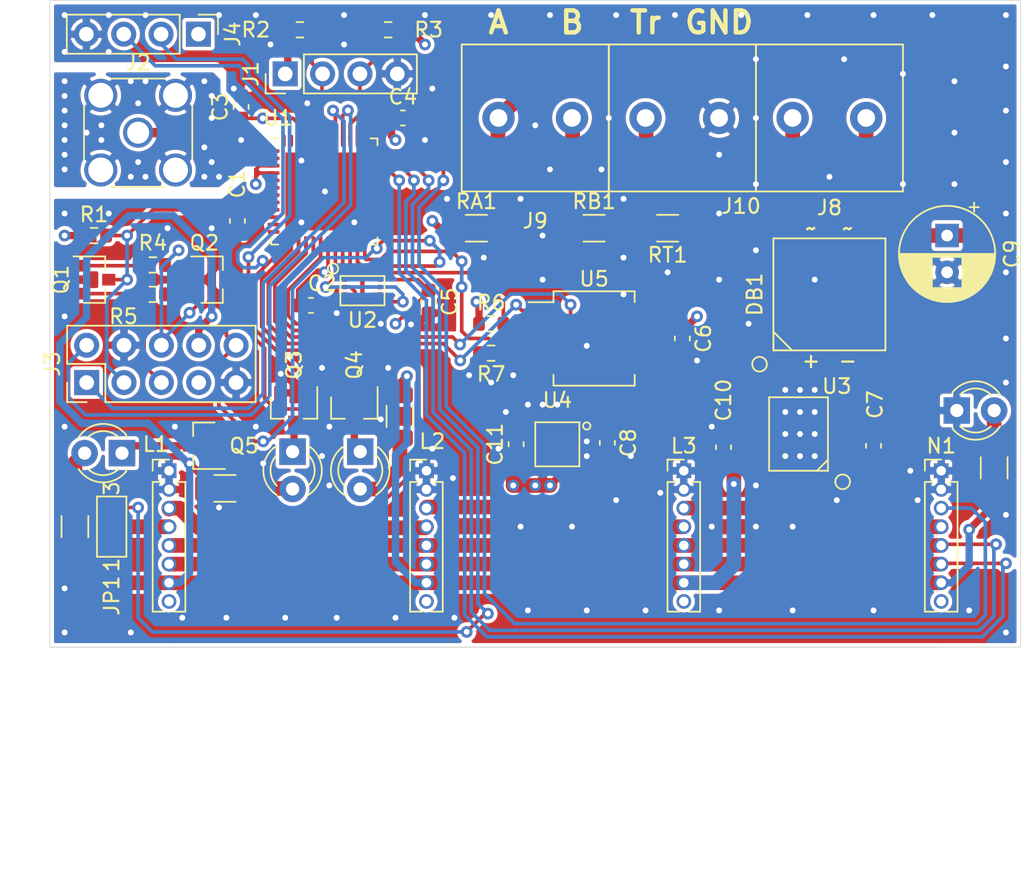
<source format=kicad_pcb>
(kicad_pcb (version 20171130) (host pcbnew "(5.1.10)-1")
  (layers (0 F.Cu signal) (1 In1.Cu signal) (2 In2.Cu signal) (31 B.Cu signal) (34 B.Paste user) (35 F.Paste user) (36 B.SilkS user) (37 F.SilkS user) (38 B.Mask user) (39 F.Mask user) (44 Edge.Cuts user))
  (net 0 "")
  (net 1 GND)
  (net 2 EN)
  (net 3 +3V3)
  (net 4 VDC)
  (net 5 +5V)
  (net 6 SCL)
  (net 7 SDA)
  (net 8 LNA)
  (net 9 BOOT_MODE)
  (net 10 DTR)
  (net 11 RTS)
  (net 12 RXD0)
  (net 13 TXD0)
  (net 14 CONV_START)
  (net 15 SPI_0_CLK)
  (net 16 SPI_0_MISO)
  (net 17 SPI_0_MOSI)
  (net 18 "Net-(Q1-Pad1)")
  (net 19 "Net-(Q2-Pad1)")
  (net 20 RE)
  (net 21 DE)
  (net 22 RS485_A)
  (net 23 RS485_B)
  (net 24 RS485_TR)
  (net 25 "Net-(U1-Pad48)")
  (net 26 "Net-(U1-Pad47)")
  (net 27 "Net-(U1-Pad45)")
  (net 28 "Net-(U1-Pad44)")
  (net 29 "Net-(U1-Pad33)")
  (net 30 "Net-(U1-Pad32)")
  (net 31 "Net-(U1-Pad31)")
  (net 32 "Net-(U1-Pad30)")
  (net 33 "Net-(U1-Pad29)")
  (net 34 "Net-(U1-Pad28)")
  (net 35 "Net-(U1-Pad27)")
  (net 36 "Net-(U1-Pad26)")
  (net 37 "Net-(U1-Pad25)")
  (net 38 SPI_1_CS)
  (net 39 SPI_1_MOSI)
  (net 40 SPI_1_MISO)
  (net 41 SPI_1_CLK)
  (net 42 TXD1)
  (net 43 RXD1)
  (net 44 ACT_LED)
  (net 45 ALERT_2)
  (net 46 ALERT_1)
  (net 47 "Net-(U1-Pad11)")
  (net 48 "Net-(U1-Pad10)")
  (net 49 "Net-(U1-Pad8)")
  (net 50 "Net-(U1-Pad7)")
  (net 51 "Net-(U1-Pad6)")
  (net 52 "Net-(U1-Pad5)")
  (net 53 "Net-(DB1-Pad2)")
  (net 54 "Net-(DB1-Pad4)")
  (net 55 "Net-(U2-Pad7)")
  (net 56 "Net-(U2-Pad3)")
  (net 57 "Net-(JP1-Pad2)")
  (net 58 "Net-(L1-Pad3)")
  (net 59 "Net-(L2-Pad3)")
  (net 60 "Net-(L3-Pad3)")
  (net 61 "Net-(LED_ACT1-Pad2)")
  (net 62 "Net-(LED_ACT1-Pad1)")
  (net 63 "Net-(LED_ALERT_1-Pad2)")
  (net 64 "Net-(LED_ALERT_1-Pad1)")
  (net 65 "Net-(LED_ALERT_2-Pad2)")
  (net 66 "Net-(LED_ALERT_2-Pad1)")
  (net 67 "Net-(LED_PWR1-Pad2)")
  (module Resistor_SMD:R_1206_3216Metric (layer F.Cu) (at 164.2 61.8 90)
    (fp_text reference R_LED_PWR1 hide)
    (fp_text value TBD)
    (pad 2 smd roundrect (at 1.4625 0 90) (size 1.125 1.75) (layers F.Cu F.Paste F.Mask) (roundrect_rratio 0.222222) (net 67 "Net-(LED_PWR1-Pad2)"))
    (pad 1 smd roundrect (at -1.4625 0 90) (size 1.125 1.75) (layers F.Cu F.Paste F.Mask) (roundrect_rratio 0.222222) (net 5 +5V))
  )
  (module Resistor_SMD:R_1206_3216Metric (layer F.Cu) (at 111.9 63.2)
    (fp_text reference R_LED_ALERT_2 hide)
    (fp_text value TBD)
    (pad 2 smd roundrect (at 1.4625 0) (size 1.125 1.75) (layers F.Cu F.Paste F.Mask) (roundrect_rratio 0.222222) (net 65 "Net-(LED_ALERT_2-Pad2)"))
    (pad 1 smd roundrect (at -1.4625 0) (size 1.125 1.75) (layers F.Cu F.Paste F.Mask) (roundrect_rratio 0.222222) (net 5 +5V))
  )
  (module Resistor_SMD:R_1206_3216Metric (layer F.Cu) (at 123.8 58.3 270)
    (fp_text reference R_LED_ALERT_1 hide)
    (fp_text value TBD)
    (pad 2 smd roundrect (at 1.4625 0 270) (size 1.125 1.75) (layers F.Cu F.Paste F.Mask) (roundrect_rratio 0.222222) (net 63 "Net-(LED_ALERT_1-Pad2)"))
    (pad 1 smd roundrect (at -1.4625 0 270) (size 1.125 1.75) (layers F.Cu F.Paste F.Mask) (roundrect_rratio 0.222222) (net 5 +5V))
  )
  (module Resistor_SMD:R_1206_3216Metric (layer F.Cu) (at 101.7 65.8 90)
    (fp_text reference R_LED_ACT1 hide)
    (fp_text value TBD)
    (pad 2 smd roundrect (at 1.4625 0 90) (size 1.125 1.75) (layers F.Cu F.Paste F.Mask) (roundrect_rratio 0.222222) (net 61 "Net-(LED_ACT1-Pad2)"))
    (pad 1 smd roundrect (at -1.4625 0 90) (size 1.125 1.75) (layers F.Cu F.Paste F.Mask) (roundrect_rratio 0.222222) (net 5 +5V))
  )
  (module Package_TO_SOT_SMD:SOT-23 (layer F.Cu) (at 110.5 60.3 180)
    (fp_text reference Q5 (at -2.7 0) (layer F.SilkS))
    (fp_text value Q_NPN_BEC)
    (pad 3 smd rect (at 1 0 180) (size 0.9 0.8) (layers F.Cu F.Paste F.Mask) (net 62 "Net-(LED_ACT1-Pad1)"))
    (pad 2 smd rect (at -1 0.95 180) (size 0.9 0.8) (layers F.Cu F.Paste F.Mask) (net 1 GND))
    (pad 1 smd rect (at -1 -0.95 180) (size 0.9 0.8) (layers F.Cu F.Paste F.Mask) (net 44 ACT_LED))
  )
  (module Package_TO_SOT_SMD:SOT-23 (layer F.Cu) (at 120.7 57.7 270)
    (fp_text reference Q4 (at -2.9 0 90) (layer F.SilkS))
    (fp_text value Q_NPN_BEC)
    (pad 3 smd rect (at 1 0 270) (size 0.9 0.8) (layers F.Cu F.Paste F.Mask) (net 64 "Net-(LED_ALERT_1-Pad1)"))
    (pad 2 smd rect (at -1 0.95 270) (size 0.9 0.8) (layers F.Cu F.Paste F.Mask) (net 1 GND))
    (pad 1 smd rect (at -1 -0.95 270) (size 0.9 0.8) (layers F.Cu F.Paste F.Mask) (net 46 ALERT_1))
  )
  (module Package_TO_SOT_SMD:SOT-23 (layer F.Cu) (at 116.6 57.7 270)
    (fp_text reference Q3 (at -2.9 0 90) (layer F.SilkS))
    (fp_text value Q_NPN_BEC)
    (pad 3 smd rect (at 1 0 270) (size 0.9 0.8) (layers F.Cu F.Paste F.Mask) (net 66 "Net-(LED_ALERT_2-Pad1)"))
    (pad 2 smd rect (at -1 0.95 270) (size 0.9 0.8) (layers F.Cu F.Paste F.Mask) (net 1 GND))
    (pad 1 smd rect (at -1 -0.95 270) (size 0.9 0.8) (layers F.Cu F.Paste F.Mask) (net 45 ALERT_2))
  )
  (module LED_THT:LED_D3.0mm (layer F.Cu) (at 161.66 57.9)
    (fp_text reference LED_PWR1 hide)
    (fp_text value LED)
    (pad 2 thru_hole circle (at 2.54 0) (size 1.8 1.8) (drill 0.9) (layers *.Cu *.Mask) (net 67 "Net-(LED_PWR1-Pad2)"))
    (pad 1 thru_hole rect (at 0 0) (size 1.8 1.8) (drill 0.9) (layers *.Cu *.Mask) (net 1 GND))
  )
  (module LED_THT:LED_D3.0mm (layer F.Cu) (at 116.5 60.7 270)
    (fp_text reference LED_ALERT_2 hide)
    (fp_text value LED)
    (pad 2 thru_hole circle (at 2.54 0 270) (size 1.8 1.8) (drill 0.9) (layers *.Cu *.Mask) (net 65 "Net-(LED_ALERT_2-Pad2)"))
    (pad 1 thru_hole rect (at 0 0 270) (size 1.8 1.8) (drill 0.9) (layers *.Cu *.Mask) (net 66 "Net-(LED_ALERT_2-Pad1)"))
  )
  (module LED_THT:LED_D3.0mm (layer F.Cu) (at 121.1 60.7 270)
    (fp_text reference LED_ALERT_1 hide)
    (fp_text value LED)
    (pad 2 thru_hole circle (at 2.54 0 270) (size 1.8 1.8) (drill 0.9) (layers *.Cu *.Mask) (net 63 "Net-(LED_ALERT_1-Pad2)"))
    (pad 1 thru_hole rect (at 0 0 270) (size 1.8 1.8) (drill 0.9) (layers *.Cu *.Mask) (net 64 "Net-(LED_ALERT_1-Pad1)"))
  )
  (module LED_THT:LED_D3.0mm (layer F.Cu) (at 104.9 60.8 180)
    (fp_text reference LED_ACT1 hide)
    (fp_text value LED)
    (pad 2 thru_hole circle (at 2.54 0 180) (size 1.8 1.8) (drill 0.9) (layers *.Cu *.Mask) (net 61 "Net-(LED_ACT1-Pad2)"))
    (pad 1 thru_hole rect (at 0 0 180) (size 1.8 1.8) (drill 0.9) (layers *.Cu *.Mask) (net 62 "Net-(LED_ACT1-Pad1)"))
  )
  (module Connector_PinHeader_2.54mm:PinHeader_1x04_P2.54mm_Vertical (layer F.Cu) (at 110.1 32.3 270)
    (fp_text reference J4 (at 0 -2.33 90) (layer F.SilkS))
    (fp_text value Conn_01x04)
    (pad 4 thru_hole oval (at 0 7.62 270) (size 1.7 1.7) (drill 1) (layers *.Cu *.Mask) (net 1 GND))
    (pad 3 thru_hole oval (at 0 5.08 270) (size 1.7 1.7) (drill 1) (layers *.Cu *.Mask) (net 45 ALERT_2))
    (pad 2 thru_hole oval (at 0 2.54 270) (size 1.7 1.7) (drill 1) (layers *.Cu *.Mask) (net 46 ALERT_1))
    (pad 1 thru_hole rect (at 0 0 270) (size 1.7 1.7) (drill 1) (layers *.Cu *.Mask) (net 3 +3V3))
  )
  (module Capacitor_THT:CP_Radial_D6.3mm_P2.50mm (layer F.Cu) (at 161 46 270)
    (fp_text reference C9 (at 1.25 -4.4 90) (layer F.SilkS))
    (fp_text value 4700u)
    (pad 2 thru_hole circle (at 2.5 0 270) (size 1.6 1.6) (drill 0.8) (layers *.Cu *.Mask) (net 1 GND))
    (pad 1 thru_hole rect (at 0 0 270) (size 1.6 1.6) (drill 0.8) (layers *.Cu *.Mask) (net 4 VDC))
  )
  (module PowerMonitor-ControllerBoard:1792863 (layer F.Cu) (at 143 38)
    (fp_text reference J10 (at 4 6) (layer F.SilkS))
    (fp_text value Conn_01x02)
    (pad 2 thru_hole circle (at 2.5 0) (size 2.2 2.2) (drill 1.2) (layers *.Cu *.Mask) (net 1 GND))
    (pad 1 thru_hole circle (at -2.5 0) (size 2.2 2.2) (drill 1.2) (layers *.Cu *.Mask) (net 24 RS485_TR))
  )
  (module PowerMonitor-ControllerBoard:1792863 (layer F.Cu) (at 133 38)
    (fp_text reference J9 (at 0 7) (layer F.SilkS))
    (fp_text value Conn_01x02)
    (pad 2 thru_hole circle (at 2.5 0) (size 2.2 2.2) (drill 1.2) (layers *.Cu *.Mask) (net 23 RS485_B))
    (pad 1 thru_hole circle (at -2.5 0) (size 2.2 2.2) (drill 1.2) (layers *.Cu *.Mask) (net 22 RS485_A))
  )
  (module PowerMonitor-ControllerBoard:1792863 (layer F.Cu) (at 153 38 180)
    (fp_text reference J8 (at 0 -6.1) (layer F.SilkS))
    (fp_text value Conn_01x02)
    (pad 2 thru_hole circle (at 2.5 0 180) (size 2.2 2.2) (drill 1.2) (layers *.Cu *.Mask) (net 53 "Net-(DB1-Pad2)"))
    (pad 1 thru_hole circle (at -2.5 0 180) (size 2.2 2.2) (drill 1.2) (layers *.Cu *.Mask) (net 54 "Net-(DB1-Pad4)"))
  )
  (module "PowerMonitor-ControllerBoard:USON-8L 3x2 ZR" (layer F.Cu) (at 121.25 49.75)
    (fp_text reference U2 (at 0 2) (layer F.SilkS))
    (fp_text value APS1604M-3SQR-ZR)
    (pad EP smd rect (at 0 0) (size 0.3 1.7) (layers F.Cu F.Paste F.Mask))
    (pad 8 smd rect (at 1.2 -0.75) (size 0.3 0.3) (layers F.Cu F.Paste F.Mask) (net 3 +3V3))
    (pad 7 smd rect (at 1.2 -0.25) (size 0.3 0.3) (layers F.Cu F.Paste F.Mask) (net 55 "Net-(U2-Pad7)"))
    (pad 6 smd rect (at 1.2 0.25) (size 0.3 0.3) (layers F.Cu F.Paste F.Mask) (net 41 SPI_1_CLK))
    (pad 5 smd rect (at 1.2 0.75) (size 0.3 0.3) (layers F.Cu F.Paste F.Mask) (net 39 SPI_1_MOSI))
    (pad 4 smd rect (at -1.2 0.75) (size 0.3 0.3) (layers F.Cu F.Paste F.Mask) (net 1 GND))
    (pad 3 smd rect (at -1.2 0.25) (size 0.3 0.3) (layers F.Cu F.Paste F.Mask) (net 56 "Net-(U2-Pad3)"))
    (pad 2 smd rect (at -1.2 -0.25) (size 0.3 0.3) (layers F.Cu F.Paste F.Mask) (net 40 SPI_1_MISO))
    (pad 1 smd rect (at -1.2 -0.75) (size 0.3 0.3) (layers F.Cu F.Paste F.Mask) (net 38 SPI_1_CS))
  )
  (module "PowerMonitor-ControllerBoard:DFN6 3x3 0.95" (layer F.Cu) (at 134.5 60.2 180)
    (fp_text reference U4 (at 0 3 180) (layer F.SilkS))
    (fp_text value NCP691MN33T2G hide)
    (pad EP smd rect (at 0 0 180) (size 2.6 1.7) (layers F.Cu F.Paste F.Mask) (net 1 GND))
    (pad 6 smd rect (at -0.95 -1.34 180) (size 0.45 0.63) (layers F.Cu F.Paste F.Mask) (net 5 +5V))
    (pad 5 smd rect (at 0 -1.34 180) (size 0.45 0.63) (layers F.Cu F.Paste F.Mask) (net 3 +3V3))
    (pad 4 smd rect (at 0.95 -1.34 180) (size 0.45 0.63) (layers F.Cu F.Paste F.Mask) (net 3 +3V3))
    (pad 3 smd rect (at 0.95 1.34 180) (size 0.45 0.63) (layers F.Cu F.Paste F.Mask) (net 1 GND))
    (pad 2 smd rect (at 0 1.34 180) (size 0.45 0.63) (layers F.Cu F.Paste F.Mask) (net 1 GND))
    (pad 1 smd rect (at -0.95 1.34 180) (size 0.45 0.63) (layers F.Cu F.Paste F.Mask) (net 5 +5V))
  )
  (module PowerMonitor-ControllerBoard:HSOP-6J (layer F.Cu) (at 150.9 59.5 90)
    (fp_text reference U3 (at 3.25 2.6) (layer F.SilkS))
    (fp_text value R1518S501B-E2-FE)
    (pad 6 smd rect (at -1.9 -3 90) (size 0.6 1.2) (layers F.Cu F.Paste F.Mask) (net 5 +5V))
    (pad 5 smd rect (at 0 -3 90) (size 1.7 1.2) (layers F.Cu F.Paste F.Mask) (net 1 GND))
    (pad 4 smd rect (at 1.9 -3 90) (size 0.6 1.2) (layers F.Cu F.Paste F.Mask) (net 4 VDC))
    (pad 3 smd rect (at 1.9 3 90) (size 0.6 1.2) (layers F.Cu F.Paste F.Mask))
    (pad 2 smd rect (at 0 3 90) (size 1.7 1.2) (layers F.Cu F.Paste F.Mask) (net 1 GND))
    (pad 1 smd rect (at -1.9 3 90) (size 0.6 1.2) (layers F.Cu F.Paste F.Mask) (net 4 VDC))
  )
  (module PowerMonitor-ControllerBoard:DF01S-T (layer F.Cu) (at 153 50 180)
    (fp_text reference DB1 (at 5.08 0 90) (layer F.SilkS))
    (fp_text value DF01S-T)
    (fp_text user ~~ (at -1.25 4.5) (layer F.SilkS))
    (fp_text user ~~ (at 1.25 4.5) (layer F.SilkS))
    (fp_text user ~ (at 1.25 4.5) (layer F.SilkS))
    (fp_text user - (at -1.25 -4.5) (layer F.SilkS))
    (fp_text user + (at 1.25 -4.5) (layer F.SilkS))
    (pad 2 smd rect (at 2.6 4.37 180) (size 1.2 1.524) (layers F.Cu F.Paste F.Mask) (net 53 "Net-(DB1-Pad2)"))
    (pad 1 smd rect (at 2.6 -4.37 180) (size 1.2 1.524) (layers F.Cu F.Paste F.Mask) (net 4 VDC))
    (pad 4 smd rect (at -2.6 4.37 180) (size 1.2 1.524) (layers F.Cu F.Paste F.Mask) (net 54 "Net-(DB1-Pad4)"))
    (pad 3 smd rect (at -2.6 -4.37 180) (size 1.2 1.524) (layers F.Cu F.Paste F.Mask) (net 1 GND))
  )
  (module Package_SO:SO-8_5.3x6.2mm_P1.27mm (layer F.Cu) (at 137 53)
    (fp_text reference U5 (at 0 -4.05) (layer F.SilkS))
    (fp_text value MAX3485)
    (pad 8 smd roundrect (at 3.5 -1.905) (size 1.9 0.6) (layers F.Cu F.Paste F.Mask) (net 3 +3V3))
    (pad 7 smd roundrect (at 3.5 -0.635) (size 1.9 0.6) (layers F.Cu F.Paste F.Mask) (net 23 RS485_B))
    (pad 6 smd roundrect (at 3.5 0.635) (size 1.9 0.6) (layers F.Cu F.Paste F.Mask) (net 22 RS485_A))
    (pad 5 smd roundrect (at 3.5 1.905) (size 1.9 0.6) (layers F.Cu F.Paste F.Mask) (net 1 GND))
    (pad 4 smd roundrect (at -3.5 1.905) (size 1.9 0.6) (layers F.Cu F.Paste F.Mask) (net 42 TXD1))
    (pad 3 smd roundrect (at -3.5 0.635) (size 1.9 0.6) (layers F.Cu F.Paste F.Mask) (net 21 DE))
    (pad 2 smd roundrect (at -3.5 -0.635) (size 1.9 0.6) (layers F.Cu F.Paste F.Mask) (net 20 RE))
    (pad 1 smd roundrect (at -3.5 -1.905) (size 1.9 0.6) (layers F.Cu F.Paste F.Mask) (net 43 RXD1))
  )
  (module Package_DFN_QFN:QFN-48-1EP_7x7mm_P0.5mm_EP5.3x5.3mm (layer F.Cu) (at 118.66 43)
    (fp_text reference U1 (at -3.16 -5) (layer F.SilkS))
    (fp_text value ESP32-PICO-D4)
    (pad 49 smd rect (at 0 0) (size 5.3 5.3) (layers F.Cu F.Mask) (net 1 GND))
    (pad 48 smd roundrect (at -2.75 -3.45) (size 0.25 0.8) (layers F.Cu F.Paste F.Mask) (net 25 "Net-(U1-Pad48)"))
    (pad 47 smd roundrect (at -2.25 -3.45) (size 0.25 0.8) (layers F.Cu F.Paste F.Mask) (net 26 "Net-(U1-Pad47)"))
    (pad 46 smd roundrect (at -1.75 -3.45) (size 0.25 0.8) (layers F.Cu F.Paste F.Mask) (net 3 +3V3))
    (pad 45 smd roundrect (at -1.25 -3.45) (size 0.25 0.8) (layers F.Cu F.Paste F.Mask) (net 27 "Net-(U1-Pad45)"))
    (pad 44 smd roundrect (at -0.75 -3.45) (size 0.25 0.8) (layers F.Cu F.Paste F.Mask) (net 28 "Net-(U1-Pad44)"))
    (pad 43 smd roundrect (at -0.25 -3.45) (size 0.25 0.8) (layers F.Cu F.Paste F.Mask) (net 3 +3V3))
    (pad 42 smd roundrect (at 0.25 -3.45) (size 0.25 0.8) (layers F.Cu F.Paste F.Mask) (net 7 SDA))
    (pad 41 smd roundrect (at 0.75 -3.45) (size 0.25 0.8) (layers F.Cu F.Paste F.Mask) (net 13 TXD0))
    (pad 40 smd roundrect (at 1.25 -3.45) (size 0.25 0.8) (layers F.Cu F.Paste F.Mask) (net 12 RXD0))
    (pad 39 smd roundrect (at 1.75 -3.45) (size 0.25 0.8) (layers F.Cu F.Paste F.Mask) (net 6 SCL))
    (pad 38 smd roundrect (at 2.25 -3.45) (size 0.25 0.8) (layers F.Cu F.Paste F.Mask) (net 16 SPI_0_MISO))
    (pad 37 smd roundrect (at 2.75 -3.45) (size 0.25 0.8) (layers F.Cu F.Paste F.Mask) (net 3 +3V3))
    (pad 36 smd roundrect (at 3.45 -2.75) (size 0.8 0.25) (layers F.Cu F.Paste F.Mask) (net 17 SPI_0_MOSI))
    (pad 35 smd roundrect (at 3.45 -2.25) (size 0.8 0.25) (layers F.Cu F.Paste F.Mask) (net 15 SPI_0_CLK))
    (pad 34 smd roundrect (at 3.45 -1.75) (size 0.8 0.25) (layers F.Cu F.Paste F.Mask) (net 14 CONV_START))
    (pad 33 smd roundrect (at 3.45 -1.25) (size 0.8 0.25) (layers F.Cu F.Paste F.Mask) (net 29 "Net-(U1-Pad33)"))
    (pad 32 smd roundrect (at 3.45 -0.75) (size 0.8 0.25) (layers F.Cu F.Paste F.Mask) (net 30 "Net-(U1-Pad32)"))
    (pad 31 smd roundrect (at 3.45 -0.25) (size 0.8 0.25) (layers F.Cu F.Paste F.Mask) (net 31 "Net-(U1-Pad31)"))
    (pad 30 smd roundrect (at 3.45 0.25) (size 0.8 0.25) (layers F.Cu F.Paste F.Mask) (net 32 "Net-(U1-Pad30)"))
    (pad 29 smd roundrect (at 3.45 0.75) (size 0.8 0.25) (layers F.Cu F.Paste F.Mask) (net 33 "Net-(U1-Pad29)"))
    (pad 28 smd roundrect (at 3.45 1.25) (size 0.8 0.25) (layers F.Cu F.Paste F.Mask) (net 34 "Net-(U1-Pad28)"))
    (pad 27 smd roundrect (at 3.45 1.75) (size 0.8 0.25) (layers F.Cu F.Paste F.Mask) (net 35 "Net-(U1-Pad27)"))
    (pad 26 smd roundrect (at 3.45 2.25) (size 0.8 0.25) (layers F.Cu F.Paste F.Mask) (net 36 "Net-(U1-Pad26)"))
    (pad 25 smd roundrect (at 3.45 2.75) (size 0.8 0.25) (layers F.Cu F.Paste F.Mask) (net 37 "Net-(U1-Pad25)"))
    (pad 24 smd roundrect (at 2.75 3.45) (size 0.25 0.8) (layers F.Cu F.Paste F.Mask) (net 21 DE))
    (pad 23 smd roundrect (at 2.25 3.45) (size 0.25 0.8) (layers F.Cu F.Paste F.Mask) (net 9 BOOT_MODE))
    (pad 22 smd roundrect (at 1.75 3.45) (size 0.25 0.8) (layers F.Cu F.Paste F.Mask) (net 20 RE))
    (pad 21 smd roundrect (at 1.25 3.45) (size 0.25 0.8) (layers F.Cu F.Paste F.Mask) (net 38 SPI_1_CS))
    (pad 20 smd roundrect (at 0.75 3.45) (size 0.25 0.8) (layers F.Cu F.Paste F.Mask) (net 39 SPI_1_MOSI))
    (pad 19 smd roundrect (at 0.25 3.45) (size 0.25 0.8) (layers F.Cu F.Paste F.Mask) (net 3 +3V3))
    (pad 18 smd roundrect (at -0.25 3.45) (size 0.25 0.8) (layers F.Cu F.Paste F.Mask) (net 40 SPI_1_MISO))
    (pad 17 smd roundrect (at -0.75 3.45) (size 0.25 0.8) (layers F.Cu F.Paste F.Mask) (net 41 SPI_1_CLK))
    (pad 16 smd roundrect (at -1.25 3.45) (size 0.25 0.8) (layers F.Cu F.Paste F.Mask) (net 42 TXD1))
    (pad 15 smd roundrect (at -1.75 3.45) (size 0.25 0.8) (layers F.Cu F.Paste F.Mask) (net 43 RXD1))
    (pad 14 smd roundrect (at -2.25 3.45) (size 0.25 0.8) (layers F.Cu F.Paste F.Mask) (net 44 ACT_LED))
    (pad 13 smd roundrect (at -2.75 3.45) (size 0.25 0.8) (layers F.Cu F.Paste F.Mask) (net 45 ALERT_2))
    (pad 12 smd roundrect (at -3.45 2.75) (size 0.8 0.25) (layers F.Cu F.Paste F.Mask) (net 46 ALERT_1))
    (pad 11 smd roundrect (at -3.45 2.25) (size 0.8 0.25) (layers F.Cu F.Paste F.Mask) (net 47 "Net-(U1-Pad11)"))
    (pad 10 smd roundrect (at -3.45 1.75) (size 0.8 0.25) (layers F.Cu F.Paste F.Mask) (net 48 "Net-(U1-Pad10)"))
    (pad 9 smd roundrect (at -3.45 1.25) (size 0.8 0.25) (layers F.Cu F.Paste F.Mask) (net 2 EN))
    (pad 8 smd roundrect (at -3.45 0.75) (size 0.8 0.25) (layers F.Cu F.Paste F.Mask) (net 49 "Net-(U1-Pad8)"))
    (pad 7 smd roundrect (at -3.45 0.25) (size 0.8 0.25) (layers F.Cu F.Paste F.Mask) (net 50 "Net-(U1-Pad7)"))
    (pad 6 smd roundrect (at -3.45 -0.25) (size 0.8 0.25) (layers F.Cu F.Paste F.Mask) (net 51 "Net-(U1-Pad6)"))
    (pad 5 smd roundrect (at -3.45 -0.75) (size 0.8 0.25) (layers F.Cu F.Paste F.Mask) (net 52 "Net-(U1-Pad5)"))
    (pad 4 smd roundrect (at -3.45 -1.25) (size 0.8 0.25) (layers F.Cu F.Paste F.Mask) (net 3 +3V3))
    (pad 3 smd roundrect (at -3.45 -1.75) (size 0.8 0.25) (layers F.Cu F.Paste F.Mask) (net 3 +3V3))
    (pad 2 smd roundrect (at -3.45 -2.25) (size 0.8 0.25) (layers F.Cu F.Paste F.Mask) (net 8 LNA))
    (pad 1 smd roundrect (at -3.45 -2.75) (size 0.8 0.25) (layers F.Cu F.Paste F.Mask) (net 3 +3V3))
  )
  (module Resistor_SMD:R_1206_3216Metric (layer F.Cu) (at 142 45.5 180)
    (fp_text reference RT1 (at 0 -1.82) (layer F.SilkS))
    (fp_text value 120)
    (pad 2 smd roundrect (at 1.4625 0 180) (size 1.125 1.75) (layers F.Cu F.Paste F.Mask) (roundrect_rratio 0.222222) (net 24 RS485_TR))
    (pad 1 smd roundrect (at -1.4625 0 180) (size 1.125 1.75) (layers F.Cu F.Paste F.Mask) (roundrect_rratio 0.222222) (net 22 RS485_A))
  )
  (module Resistor_SMD:R_1206_3216Metric (layer F.Cu) (at 137 45.5)
    (fp_text reference RB1 (at 0 -1.82) (layer F.SilkS))
    (fp_text value 1k)
    (pad 2 smd roundrect (at 1.4625 0) (size 1.125 1.75) (layers F.Cu F.Paste F.Mask) (roundrect_rratio 0.222222) (net 1 GND))
    (pad 1 smd roundrect (at -1.4625 0) (size 1.125 1.75) (layers F.Cu F.Paste F.Mask) (roundrect_rratio 0.222222) (net 23 RS485_B))
  )
  (module Resistor_SMD:R_1206_3216Metric (layer F.Cu) (at 129 45.5)
    (fp_text reference RA1 (at 0 -1.82) (layer F.SilkS))
    (fp_text value 1k)
    (pad 2 smd roundrect (at 1.4625 0) (size 1.125 1.75) (layers F.Cu F.Paste F.Mask) (roundrect_rratio 0.222222) (net 22 RS485_A))
    (pad 1 smd roundrect (at -1.4625 0) (size 1.125 1.75) (layers F.Cu F.Paste F.Mask) (roundrect_rratio 0.222222) (net 3 +3V3))
  )
  (module Resistor_SMD:R_0603_1608Metric (layer F.Cu) (at 130 54 180)
    (fp_text reference R7 (at 0 -1.43) (layer F.SilkS))
    (fp_text value 10k)
    (pad 2 smd roundrect (at 0.825 0 180) (size 0.8 0.95) (layers F.Cu F.Paste F.Mask) (net 1 GND))
    (pad 1 smd roundrect (at -0.825 0 180) (size 0.8 0.95) (layers F.Cu F.Paste F.Mask) (net 21 DE))
  )
  (module Resistor_SMD:R_0603_1608Metric (layer F.Cu) (at 130 52)
    (fp_text reference R6 (at 0 -1.43) (layer F.SilkS))
    (fp_text value 10k)
    (pad 2 smd roundrect (at 0.825 0) (size 0.8 0.95) (layers F.Cu F.Paste F.Mask) (net 20 RE))
    (pad 1 smd roundrect (at -0.825 0) (size 0.8 0.95) (layers F.Cu F.Paste F.Mask) (net 3 +3V3))
  )
  (module Resistor_SMD:R_0603_1608Metric (layer F.Cu) (at 107 50)
    (fp_text reference R5 (at -2 1.5) (layer F.SilkS))
    (fp_text value 1k)
    (pad 2 smd roundrect (at 0.825 0) (size 0.8 0.95) (layers F.Cu F.Paste F.Mask) (net 19 "Net-(Q2-Pad1)"))
    (pad 1 smd roundrect (at -0.825 0) (size 0.8 0.95) (layers F.Cu F.Paste F.Mask) (net 11 RTS))
  )
  (module Resistor_SMD:R_0603_1608Metric (layer F.Cu) (at 107 48 180)
    (fp_text reference R4 (at 0 1.5) (layer F.SilkS))
    (fp_text value 1k)
    (pad 2 smd roundrect (at 0.825 0 180) (size 0.8 0.95) (layers F.Cu F.Paste F.Mask) (net 18 "Net-(Q1-Pad1)"))
    (pad 1 smd roundrect (at -0.825 0 180) (size 0.8 0.95) (layers F.Cu F.Paste F.Mask) (net 10 DTR))
  )
  (module Resistor_SMD:R_0603_1608Metric (layer F.Cu) (at 123 32 180)
    (fp_text reference R3 (at -2.75 0) (layer F.SilkS))
    (fp_text value 2k2)
    (pad 2 smd roundrect (at 0.825 0 180) (size 0.8 0.95) (layers F.Cu F.Paste F.Mask) (net 6 SCL))
    (pad 1 smd roundrect (at -0.825 0 180) (size 0.8 0.95) (layers F.Cu F.Paste F.Mask) (net 3 +3V3))
  )
  (module Resistor_SMD:R_0603_1608Metric (layer F.Cu) (at 117 32)
    (fp_text reference R2 (at -3 0) (layer F.SilkS))
    (fp_text value 2k2)
    (pad 2 smd roundrect (at 0.825 0) (size 0.8 0.95) (layers F.Cu F.Paste F.Mask) (net 7 SDA))
    (pad 1 smd roundrect (at -0.825 0) (size 0.8 0.95) (layers F.Cu F.Paste F.Mask) (net 3 +3V3))
  )
  (module Resistor_SMD:R_0603_1608Metric (layer F.Cu) (at 103 46)
    (fp_text reference R1 (at 0 -1.43) (layer F.SilkS))
    (fp_text value 10k)
    (pad 2 smd roundrect (at 0.825 0) (size 0.8 0.95) (layers F.Cu F.Paste F.Mask) (net 2 EN))
    (pad 1 smd roundrect (at -0.825 0) (size 0.8 0.95) (layers F.Cu F.Paste F.Mask) (net 3 +3V3))
  )
  (module Package_TO_SOT_SMD:SOT-23 (layer F.Cu) (at 111 49)
    (fp_text reference Q2 (at -0.5 -2.5) (layer F.SilkS))
    (fp_text value Q_NPN_BEC)
    (pad 3 smd rect (at 1 0) (size 0.9 0.8) (layers F.Cu F.Paste F.Mask) (net 9 BOOT_MODE))
    (pad 2 smd rect (at -1 0.95) (size 0.9 0.8) (layers F.Cu F.Paste F.Mask) (net 10 DTR))
    (pad 1 smd rect (at -1 -0.95) (size 0.9 0.8) (layers F.Cu F.Paste F.Mask) (net 19 "Net-(Q2-Pad1)"))
  )
  (module Package_TO_SOT_SMD:SOT-23 (layer F.Cu) (at 103 49)
    (fp_text reference Q1 (at -2.25 0 270) (layer F.SilkS))
    (fp_text value Q_NPN_BEC)
    (pad 3 smd rect (at 1 0) (size 0.9 0.8) (layers F.Cu F.Paste F.Mask) (net 2 EN))
    (pad 2 smd rect (at -1 0.95) (size 0.9 0.8) (layers F.Cu F.Paste F.Mask) (net 11 RTS))
    (pad 1 smd rect (at -1 -0.95) (size 0.9 0.8) (layers F.Cu F.Paste F.Mask) (net 18 "Net-(Q1-Pad1)"))
  )
  (module Jumper:SolderJumper-3_P1.3mm_Bridged2Bar12_Pad1.0x1.5mm_NumberLabels (layer F.Cu) (at 104.2 65.8 90)
    (fp_text reference JP1 (at -4.7 0 90) (layer F.SilkS))
    (fp_text value DATA_OUT_SEL)
    (fp_text user 1 (at -2.6 0 90) (layer F.SilkS))
    (fp_text user 3 (at 2.6 0 90) (layer F.SilkS))
    (fp_poly (pts (xy -0.9 0.2) (xy -0.4 0.2) (xy -0.4 0.6) (xy -0.9 0.6)) (layer F.Cu) (width 0))
    (fp_poly (pts (xy -0.9 -0.6) (xy -0.4 -0.6) (xy -0.4 -0.2) (xy -0.9 -0.2)) (layer F.Cu) (width 0))
    (pad 2 smd rect (at 0 0 90) (size 1 1.5) (layers F.Cu F.Mask) (net 57 "Net-(JP1-Pad2)"))
    (pad 3 smd rect (at 1.3 0 90) (size 1 1.5) (layers F.Cu F.Mask) (net 17 SPI_0_MOSI))
    (pad 1 smd rect (at -1.3 0 90) (size 1 1.5) (layers F.Cu F.Mask) (net 1 GND))
  )
  (module Connector_PinHeader_1.27mm:PinHeader_1x08_P1.27mm_Vertical (layer F.Cu) (at 160.6 62)
    (fp_text reference N1 (at 0 -1.695) (layer F.SilkS))
    (fp_text value Conn_01x08)
    (pad 8 thru_hole oval (at 0 8.89) (size 1 1) (drill 0.65) (layers *.Cu *.Mask) (net 3 +3V3))
    (pad 7 thru_hole oval (at 0 7.62) (size 1 1) (drill 0.65) (layers *.Cu *.Mask) (net 5 +5V))
    (pad 6 thru_hole oval (at 0 6.35) (size 1 1) (drill 0.65) (layers *.Cu *.Mask) (net 14 CONV_START))
    (pad 5 thru_hole oval (at 0 5.08) (size 1 1) (drill 0.65) (layers *.Cu *.Mask) (net 15 SPI_0_CLK))
    (pad 4 thru_hole oval (at 0 3.81) (size 1 1) (drill 0.65) (layers *.Cu *.Mask) (net 60 "Net-(L3-Pad3)"))
    (pad 3 thru_hole oval (at 0 2.54) (size 1 1) (drill 0.65) (layers *.Cu *.Mask) (net 16 SPI_0_MISO))
    (pad 2 thru_hole oval (at 0 1.27) (size 1 1) (drill 0.65) (layers *.Cu *.Mask) (net 1 GND))
    (pad 1 thru_hole rect (at 0 0) (size 1 1) (drill 0.65) (layers *.Cu *.Mask) (net 1 GND))
  )
  (module Connector_PinHeader_1.27mm:PinHeader_1x08_P1.27mm_Vertical (layer F.Cu) (at 143.1 62)
    (fp_text reference L3 (at 0 -1.695) (layer F.SilkS))
    (fp_text value Conn_01x08)
    (pad 8 thru_hole oval (at 0 8.89) (size 1 1) (drill 0.65) (layers *.Cu *.Mask) (net 3 +3V3))
    (pad 7 thru_hole oval (at 0 7.62) (size 1 1) (drill 0.65) (layers *.Cu *.Mask) (net 5 +5V))
    (pad 6 thru_hole oval (at 0 6.35) (size 1 1) (drill 0.65) (layers *.Cu *.Mask) (net 14 CONV_START))
    (pad 5 thru_hole oval (at 0 5.08) (size 1 1) (drill 0.65) (layers *.Cu *.Mask) (net 15 SPI_0_CLK))
    (pad 4 thru_hole oval (at 0 3.81) (size 1 1) (drill 0.65) (layers *.Cu *.Mask) (net 59 "Net-(L2-Pad3)"))
    (pad 3 thru_hole oval (at 0 2.54) (size 1 1) (drill 0.65) (layers *.Cu *.Mask) (net 60 "Net-(L3-Pad3)"))
    (pad 2 thru_hole oval (at 0 1.27) (size 1 1) (drill 0.65) (layers *.Cu *.Mask) (net 1 GND))
    (pad 1 thru_hole rect (at 0 0) (size 1 1) (drill 0.65) (layers *.Cu *.Mask) (net 1 GND))
  )
  (module Connector_PinHeader_1.27mm:PinHeader_1x08_P1.27mm_Vertical (layer F.Cu) (at 125.6 62)
    (fp_text reference L2 (at 0.4 -2) (layer F.SilkS))
    (fp_text value Conn_01x08)
    (pad 8 thru_hole oval (at 0 8.89) (size 1 1) (drill 0.65) (layers *.Cu *.Mask) (net 3 +3V3))
    (pad 7 thru_hole oval (at 0 7.62) (size 1 1) (drill 0.65) (layers *.Cu *.Mask) (net 5 +5V))
    (pad 6 thru_hole oval (at 0 6.35) (size 1 1) (drill 0.65) (layers *.Cu *.Mask) (net 14 CONV_START))
    (pad 5 thru_hole oval (at 0 5.08) (size 1 1) (drill 0.65) (layers *.Cu *.Mask) (net 15 SPI_0_CLK))
    (pad 4 thru_hole oval (at 0 3.81) (size 1 1) (drill 0.65) (layers *.Cu *.Mask) (net 58 "Net-(L1-Pad3)"))
    (pad 3 thru_hole oval (at 0 2.54) (size 1 1) (drill 0.65) (layers *.Cu *.Mask) (net 59 "Net-(L2-Pad3)"))
    (pad 2 thru_hole oval (at 0 1.27) (size 1 1) (drill 0.65) (layers *.Cu *.Mask) (net 1 GND))
    (pad 1 thru_hole rect (at 0 0) (size 1 1) (drill 0.65) (layers *.Cu *.Mask) (net 1 GND))
  )
  (module Connector_PinHeader_1.27mm:PinHeader_1x08_P1.27mm_Vertical (layer F.Cu) (at 108.1 62)
    (fp_text reference L1 (at -0.9 -1.8) (layer F.SilkS))
    (fp_text value Conn_01x08)
    (pad 8 thru_hole oval (at 0 8.89) (size 1 1) (drill 0.65) (layers *.Cu *.Mask) (net 3 +3V3))
    (pad 7 thru_hole oval (at 0 7.62) (size 1 1) (drill 0.65) (layers *.Cu *.Mask) (net 5 +5V))
    (pad 6 thru_hole oval (at 0 6.35) (size 1 1) (drill 0.65) (layers *.Cu *.Mask) (net 14 CONV_START))
    (pad 5 thru_hole oval (at 0 5.08) (size 1 1) (drill 0.65) (layers *.Cu *.Mask) (net 15 SPI_0_CLK))
    (pad 4 thru_hole oval (at 0 3.81) (size 1 1) (drill 0.65) (layers *.Cu *.Mask) (net 57 "Net-(JP1-Pad2)"))
    (pad 3 thru_hole oval (at 0 2.54) (size 1 1) (drill 0.65) (layers *.Cu *.Mask) (net 58 "Net-(L1-Pad3)"))
    (pad 2 thru_hole oval (at 0 1.27) (size 1 1) (drill 0.65) (layers *.Cu *.Mask) (net 1 GND))
    (pad 1 thru_hole rect (at 0 0) (size 1 1) (drill 0.65) (layers *.Cu *.Mask) (net 1 GND))
  )
  (module Connector_PinHeader_2.54mm:PinHeader_2x05_P2.54mm_Vertical (layer F.Cu) (at 102.5 56 90)
    (fp_text reference J3 (at 1.27 -2.33 90) (layer F.SilkS))
    (fp_text value Conn_02x05_Counter_Clockwise)
    (pad 10 thru_hole oval (at 2.54 10.16 90) (size 1.7 1.7) (drill 1) (layers *.Cu *.Mask) (net 9 BOOT_MODE))
    (pad 9 thru_hole oval (at 0 10.16 90) (size 1.7 1.7) (drill 1) (layers *.Cu *.Mask) (net 1 GND))
    (pad 8 thru_hole oval (at 2.54 7.62 90) (size 1.7 1.7) (drill 1) (layers *.Cu *.Mask) (net 5 +5V))
    (pad 7 thru_hole oval (at 0 7.62 90) (size 1.7 1.7) (drill 1) (layers *.Cu *.Mask) (net 3 +3V3))
    (pad 6 thru_hole oval (at 2.54 5.08 90) (size 1.7 1.7) (drill 1) (layers *.Cu *.Mask) (net 10 DTR))
    (pad 5 thru_hole oval (at 0 5.08 90) (size 1.7 1.7) (drill 1) (layers *.Cu *.Mask) (net 11 RTS))
    (pad 4 thru_hole oval (at 2.54 2.54 90) (size 1.7 1.7) (drill 1) (layers *.Cu *.Mask) (net 1 GND))
    (pad 3 thru_hole oval (at 0 2.54 90) (size 1.7 1.7) (drill 1) (layers *.Cu *.Mask) (net 2 EN))
    (pad 2 thru_hole oval (at 2.54 0 90) (size 1.7 1.7) (drill 1) (layers *.Cu *.Mask) (net 12 RXD0))
    (pad 1 thru_hole rect (at 0 0 90) (size 1.7 1.7) (drill 1) (layers *.Cu *.Mask) (net 13 TXD0))
  )
  (module Connector_Coaxial:SMA_Wurth_60312002114503_Vertical (layer F.Cu) (at 106 39)
    (fp_text reference J2 (at 0 -4.75) (layer F.SilkS))
    (fp_text value Conn_Coaxial)
    (pad 2 thru_hole circle (at -2.54 2.54) (size 2.25 2.25) (drill 1.7) (layers *.Cu *.Mask) (net 1 GND))
    (pad 2 thru_hole circle (at -2.54 -2.54) (size 2.25 2.25) (drill 1.7) (layers *.Cu *.Mask) (net 1 GND))
    (pad 2 thru_hole circle (at 2.54 -2.54) (size 2.25 2.25) (drill 1.7) (layers *.Cu *.Mask) (net 1 GND))
    (pad 2 thru_hole circle (at 2.54 2.54) (size 2.25 2.25) (drill 1.7) (layers *.Cu *.Mask) (net 1 GND))
    (pad 1 thru_hole circle (at 0 0) (size 2.05 2.05) (drill 1.5) (layers *.Cu *.Mask) (net 8 LNA))
  )
  (module Connector_PinHeader_2.54mm:PinHeader_1x04_P2.54mm_Vertical (layer F.Cu) (at 116 35 90)
    (fp_text reference J1 (at 0 -2.33 90) (layer F.SilkS))
    (fp_text value CON_I2C)
    (pad 4 thru_hole oval (at 0 7.62 90) (size 1.7 1.7) (drill 1) (layers *.Cu *.Mask) (net 1 GND))
    (pad 3 thru_hole oval (at 0 5.08 90) (size 1.7 1.7) (drill 1) (layers *.Cu *.Mask) (net 6 SCL))
    (pad 2 thru_hole oval (at 0 2.54 90) (size 1.7 1.7) (drill 1) (layers *.Cu *.Mask) (net 7 SDA))
    (pad 1 thru_hole rect (at 0 0 90) (size 1.7 1.7) (drill 1) (layers *.Cu *.Mask) (net 3 +3V3))
  )
  (module Capacitor_SMD:C_0603_1608Metric (layer F.Cu) (at 131.7 60.2 90)
    (fp_text reference C11 (at 0 -1.43 90) (layer F.SilkS))
    (fp_text value 1u)
    (pad 2 smd roundrect (at 0.775 0 90) (size 0.9 0.95) (layers F.Cu F.Paste F.Mask) (net 1 GND))
    (pad 1 smd roundrect (at -0.775 0 90) (size 0.9 0.95) (layers F.Cu F.Paste F.Mask) (net 3 +3V3))
  )
  (module Capacitor_SMD:C_0603_1608Metric (layer F.Cu) (at 145.8 60.4 90)
    (fp_text reference C10 (at 3.2 0 90) (layer F.SilkS))
    (fp_text value 0.1u)
    (pad 2 smd roundrect (at 0.775 0 90) (size 0.9 0.95) (layers F.Cu F.Paste F.Mask) (net 1 GND))
    (pad 1 smd roundrect (at -0.775 0 90) (size 0.9 0.95) (layers F.Cu F.Paste F.Mask) (net 5 +5V))
  )
  (module Capacitor_SMD:C_0603_1608Metric (layer F.Cu) (at 137.9 60.1 270)
    (fp_text reference C8 (at 0 -1.43 90) (layer F.SilkS))
    (fp_text value 1u)
    (pad 2 smd roundrect (at 0.775 0 270) (size 0.9 0.95) (layers F.Cu F.Paste F.Mask) (net 1 GND))
    (pad 1 smd roundrect (at -0.775 0 270) (size 0.9 0.95) (layers F.Cu F.Paste F.Mask) (net 5 +5V))
  )
  (module Capacitor_SMD:C_0603_1608Metric (layer F.Cu) (at 156 60.3 90)
    (fp_text reference C7 (at 2.8 0.1 90) (layer F.SilkS))
    (fp_text value 0.1u)
    (pad 2 smd roundrect (at 0.775 0 90) (size 0.9 0.95) (layers F.Cu F.Paste F.Mask) (net 1 GND))
    (pad 1 smd roundrect (at -0.775 0 90) (size 0.9 0.95) (layers F.Cu F.Paste F.Mask) (net 4 VDC))
  )
  (module Capacitor_SMD:C_0603_1608Metric (layer F.Cu) (at 143 53 270)
    (fp_text reference C6 (at 0 -1.43 90) (layer F.SilkS))
    (fp_text value 0.1u)
    (pad 2 smd roundrect (at 0.775 0 270) (size 0.9 0.95) (layers F.Cu F.Paste F.Mask) (net 1 GND))
    (pad 1 smd roundrect (at -0.775 0 270) (size 0.9 0.95) (layers F.Cu F.Paste F.Mask) (net 3 +3V3))
  )
  (module Capacitor_SMD:C_0603_1608Metric (layer F.Cu) (at 125.75 50.5 270)
    (fp_text reference C5 (at 0 -1.43 90) (layer F.SilkS))
    (fp_text value 0.1u)
    (pad 2 smd roundrect (at 0.775 0 270) (size 0.9 0.95) (layers F.Cu F.Paste F.Mask) (net 1 GND))
    (pad 1 smd roundrect (at -0.775 0 270) (size 0.9 0.95) (layers F.Cu F.Paste F.Mask) (net 3 +3V3))
  )
  (module Capacitor_SMD:C_0603_1608Metric (layer F.Cu) (at 124 38)
    (fp_text reference C4 (at 0 -1.43) (layer F.SilkS))
    (fp_text value 0.1u)
    (pad 2 smd roundrect (at 0.775 0) (size 0.9 0.95) (layers F.Cu F.Paste F.Mask) (net 1 GND))
    (pad 1 smd roundrect (at -0.775 0) (size 0.9 0.95) (layers F.Cu F.Paste F.Mask) (net 3 +3V3))
  )
  (module Capacitor_SMD:C_0603_1608Metric (layer F.Cu) (at 113 37.25 90)
    (fp_text reference C3 (at 0 -1.43 90) (layer F.SilkS))
    (fp_text value 0.1u)
    (pad 2 smd roundrect (at 0.775 0 90) (size 0.9 0.95) (layers F.Cu F.Paste F.Mask) (net 1 GND))
    (pad 1 smd roundrect (at -0.775 0 90) (size 0.9 0.95) (layers F.Cu F.Paste F.Mask) (net 3 +3V3))
  )
  (module Capacitor_SMD:C_0603_1608Metric (layer F.Cu) (at 117.75 50.75)
    (fp_text reference C2 (at 0.75 -1.5) (layer F.SilkS))
    (fp_text value 0.1u)
    (pad 2 smd roundrect (at 0.775 0) (size 0.9 0.95) (layers F.Cu F.Paste F.Mask) (net 1 GND))
    (pad 1 smd roundrect (at -0.775 0) (size 0.9 0.95) (layers F.Cu F.Paste F.Mask) (net 3 +3V3))
  )
  (module Capacitor_SMD:C_0603_1608Metric (layer F.Cu) (at 112.75 45 270)
    (fp_text reference C1 (at -2.5 0 90) (layer F.SilkS))
    (fp_text value 0.1u)
    (pad 2 smd roundrect (at 0.775 0 270) (size 0.9 0.95) (layers F.Cu F.Paste F.Mask) (net 1 GND))
    (pad 1 smd roundrect (at -0.775 0 270) (size 0.9 0.95) (layers F.Cu F.Paste F.Mask) (net 2 EN))
  )
  (gr_line (start 143.1 74) (end 160.6 74) (layer Edge.Cuts) (width 0.05))
  (gr_line (start 125.6 74) (end 143.1 74) (layer Edge.Cuts) (width 0.05))
  (gr_line (start 108.1 74) (end 125.6 74) (layer Edge.Cuts) (width 0.05))
  (gr_line (start 100 74) (end 108.1 74) (layer Edge.Cuts) (width 0.05))
  (gr_text GND (at 145.5 31.5) (layer F.SilkS) (effects (font (size 1.5 1.5) (thickness 0.3))))
  (gr_text Tr (at 140.5 31.5) (layer F.SilkS) (effects (font (size 1.5 1.5) (thickness 0.3))))
  (gr_text B (at 135.5 31.5) (layer F.SilkS) (effects (font (size 1.5 1.5) (thickness 0.3))))
  (gr_text A (at 130.5 31.5) (layer F.SilkS) (effects (font (size 1.5 1.5) (thickness 0.3)) (justify mirror)))
  (gr_line (start 166 30) (end 100 30) (layer Edge.Cuts) (width 0.05))
  (gr_line (start 166 74) (end 166 30) (layer Edge.Cuts) (width 0.05))
  (gr_line (start 100 74) (end 166 74) (layer Edge.Cuts) (width 0.05))
  (gr_line (start 100 30) (end 100 74) (layer Edge.Cuts) (width 0.05))
  (via (at 118.7 43) (size 0.8) (drill 0.4) (layers F.Cu B.Cu) (net 1))
  (via (at 117.1 45.1) (size 0.8) (drill 0.4) (layers F.Cu B.Cu) (net 1))
  (via (at 120.7 45.1) (size 0.8) (drill 0.4) (layers F.Cu B.Cu) (net 1))
  (via (at 117.1 40.9) (size 0.8) (drill 0.4) (layers F.Cu B.Cu) (net 1))
  (segment (start 141.87 54.905) (end 140.5 54.905) (width 0.5) (layer F.Cu) (net 1))
  (segment (start 143 53.775) (end 141.87 54.905) (width 0.5) (layer F.Cu) (net 1))
  (segment (start 155.6 54.37) (end 155.6 56.3) (width 1) (layer F.Cu) (net 1))
  (segment (start 156 56.7) (end 156 59.525) (width 1) (layer F.Cu) (net 1))
  (segment (start 155.6 56.3) (end 156 56.7) (width 1) (layer F.Cu) (net 1))
  (segment (start 153.925 59.525) (end 153.9 59.5) (width 1) (layer F.Cu) (net 1))
  (segment (start 156 59.525) (end 153.925 59.525) (width 1) (layer F.Cu) (net 1))
  (via (at 101 31) (size 0.8) (drill 0.4) (layers F.Cu B.Cu) (net 1))
  (via (at 101 33.5) (size 0.8) (drill 0.4) (layers F.Cu B.Cu) (net 1))
  (via (at 104 31) (size 0.8) (drill 0.4) (layers F.Cu B.Cu) (net 1))
  (via (at 106.5 31) (size 0.8) (drill 0.4) (layers F.Cu B.Cu) (net 1))
  (via (at 104 33.5) (size 0.8) (drill 0.4) (layers F.Cu B.Cu) (net 1))
  (via (at 111.5 31) (size 0.8) (drill 0.4) (layers F.Cu B.Cu) (net 1))
  (via (at 114 31) (size 0.8) (drill 0.4) (layers F.Cu B.Cu) (net 1))
  (via (at 120 31) (size 0.8) (drill 0.4) (layers F.Cu B.Cu) (net 1))
  (via (at 125.5 31) (size 0.8) (drill 0.4) (layers F.Cu B.Cu) (net 1))
  (via (at 130 31) (size 0.8) (drill 0.4) (layers F.Cu B.Cu) (net 1))
  (via (at 134 31) (size 0.8) (drill 0.4) (layers F.Cu B.Cu) (net 1))
  (via (at 138.5 31) (size 0.8) (drill 0.4) (layers F.Cu B.Cu) (net 1))
  (via (at 142.5 31) (size 0.8) (drill 0.4) (layers F.Cu B.Cu) (net 1))
  (via (at 147 31) (size 0.8) (drill 0.4) (layers F.Cu B.Cu) (net 1))
  (via (at 151.5 31) (size 0.8) (drill 0.4) (layers F.Cu B.Cu) (net 1))
  (via (at 156 31) (size 0.8) (drill 0.4) (layers F.Cu B.Cu) (net 1))
  (via (at 160 31) (size 0.8) (drill 0.4) (layers F.Cu B.Cu) (net 1))
  (via (at 165 31) (size 0.8) (drill 0.4) (layers F.Cu B.Cu) (net 1))
  (via (at 165 34.5) (size 0.8) (drill 0.4) (layers F.Cu B.Cu) (net 1))
  (via (at 165 37.5) (size 0.8) (drill 0.4) (layers F.Cu B.Cu) (net 1))
  (via (at 165 41) (size 0.8) (drill 0.4) (layers F.Cu B.Cu) (net 1))
  (via (at 165 44.5) (size 0.8) (drill 0.4) (layers F.Cu B.Cu) (net 1))
  (via (at 165 48.5) (size 0.8) (drill 0.4) (layers F.Cu B.Cu) (net 1))
  (via (at 165 53) (size 0.8) (drill 0.4) (layers F.Cu B.Cu) (net 1))
  (via (at 165 56) (size 0.8) (drill 0.4) (layers F.Cu B.Cu) (net 1))
  (via (at 165 65) (size 0.8) (drill 0.4) (layers F.Cu B.Cu) (net 1))
  (via (at 165 73) (size 0.8) (drill 0.4) (layers F.Cu B.Cu) (net 1))
  (via (at 127.5 72) (size 0.8) (drill 0.4) (layers F.Cu B.Cu) (net 1))
  (via (at 132.5 71.5) (size 0.8) (drill 0.4) (layers F.Cu B.Cu) (net 1))
  (via (at 136.5 71.5) (size 0.8) (drill 0.4) (layers F.Cu B.Cu) (net 1))
  (via (at 140.5 71.5) (size 0.8) (drill 0.4) (layers F.Cu B.Cu) (net 1))
  (via (at 145.5 71.5) (size 0.8) (drill 0.4) (layers F.Cu B.Cu) (net 1))
  (via (at 150.5 71.5) (size 0.8) (drill 0.4) (layers F.Cu B.Cu) (net 1))
  (via (at 156 71.5) (size 0.8) (drill 0.4) (layers F.Cu B.Cu) (net 1))
  (via (at 162.5 71.5) (size 0.8) (drill 0.4) (layers F.Cu B.Cu) (net 1))
  (via (at 123.5 72) (size 0.8) (drill 0.4) (layers F.Cu B.Cu) (net 1))
  (via (at 119.5 72) (size 0.8) (drill 0.4) (layers F.Cu B.Cu) (net 1))
  (via (at 116 72) (size 0.8) (drill 0.4) (layers F.Cu B.Cu) (net 1))
  (via (at 112 72) (size 0.8) (drill 0.4) (layers F.Cu B.Cu) (net 1))
  (via (at 109 72) (size 0.8) (drill 0.4) (layers F.Cu B.Cu) (net 1))
  (via (at 105.5 73) (size 0.8) (drill 0.4) (layers F.Cu B.Cu) (net 1))
  (via (at 101 73) (size 0.8) (drill 0.4) (layers F.Cu B.Cu) (net 1))
  (via (at 101 70) (size 0.8) (drill 0.4) (layers F.Cu B.Cu) (net 1))
  (via (at 101 59) (size 0.8) (drill 0.4) (layers F.Cu B.Cu) (net 1))
  (via (at 101 51.5) (size 0.8) (drill 0.4) (layers F.Cu B.Cu) (net 1))
  (via (at 101 44.5) (size 0.8) (drill 0.4) (layers F.Cu B.Cu) (net 1))
  (via (at 104 44.5) (size 0.8) (drill 0.4) (layers F.Cu B.Cu) (net 1))
  (via (at 108 45.5) (size 0.8) (drill 0.4) (layers F.Cu B.Cu) (net 1))
  (via (at 111 45.5) (size 0.8) (drill 0.4) (layers F.Cu B.Cu) (net 1))
  (via (at 108.5 59) (size 0.8) (drill 0.4) (layers F.Cu B.Cu) (net 1))
  (via (at 114 59) (size 0.8) (drill 0.4) (layers F.Cu B.Cu) (net 1))
  (via (at 114.5 61.5) (size 0.8) (drill 0.4) (layers F.Cu B.Cu) (net 1))
  (via (at 111.5 64.5) (size 0.8) (drill 0.4) (layers F.Cu B.Cu) (net 1))
  (via (at 119 59) (size 0.8) (drill 0.4) (layers F.Cu B.Cu) (net 1))
  (via (at 118.5 55) (size 0.8) (drill 0.4) (layers F.Cu B.Cu) (net 1))
  (via (at 123 55) (size 0.8) (drill 0.4) (layers F.Cu B.Cu) (net 1))
  (via (at 122.5 52) (size 0.8) (drill 0.4) (layers F.Cu B.Cu) (net 1))
  (via (at 125.5 39.5) (size 0.8) (drill 0.4) (layers F.Cu B.Cu) (net 1))
  (via (at 112.5 36) (size 0.8) (drill 0.4) (layers F.Cu B.Cu) (net 1))
  (via (at 101 35.5) (size 0.8) (drill 0.4) (layers F.Cu B.Cu) (net 1))
  (via (at 101 36.5) (size 0.8) (drill 0.4) (layers F.Cu B.Cu) (net 1))
  (via (at 101 37.5) (size 0.8) (drill 0.4) (layers F.Cu B.Cu) (net 1))
  (via (at 101 38.5) (size 0.8) (drill 0.4) (layers F.Cu B.Cu) (net 1))
  (via (at 101 39.5) (size 0.8) (drill 0.4) (layers F.Cu B.Cu) (net 1))
  (via (at 101 40.5) (size 0.8) (drill 0.4) (layers F.Cu B.Cu) (net 1))
  (via (at 101 41.5) (size 0.8) (drill 0.4) (layers F.Cu B.Cu) (net 1))
  (via (at 105.5 35.5) (size 0.8) (drill 0.4) (layers F.Cu B.Cu) (net 1))
  (via (at 106.5 35.5) (size 0.8) (drill 0.4) (layers F.Cu B.Cu) (net 1))
  (via (at 105.5 42) (size 0.8) (drill 0.4) (layers F.Cu B.Cu) (net 1))
  (via (at 106.5 42) (size 0.8) (drill 0.4) (layers F.Cu B.Cu) (net 1))
  (via (at 103.5 38.5) (size 0.8) (drill 0.4) (layers F.Cu B.Cu) (net 1))
  (via (at 103.5 39.5) (size 0.8) (drill 0.4) (layers F.Cu B.Cu) (net 1))
  (via (at 110.5 35.5) (size 0.8) (drill 0.4) (layers F.Cu B.Cu) (net 1))
  (via (at 111 36.5) (size 0.8) (drill 0.4) (layers F.Cu B.Cu) (net 1))
  (via (at 110.5 42) (size 0.8) (drill 0.4) (layers F.Cu B.Cu) (net 1))
  (via (at 111.5 42) (size 0.8) (drill 0.4) (layers F.Cu B.Cu) (net 1))
  (via (at 113 39.5) (size 0.8) (drill 0.4) (layers F.Cu B.Cu) (net 1))
  (via (at 111 38) (size 0.8) (drill 0.4) (layers F.Cu B.Cu) (net 1))
  (via (at 110.5 40) (size 0.8) (drill 0.4) (layers F.Cu B.Cu) (net 1))
  (via (at 111 41) (size 0.8) (drill 0.4) (layers F.Cu B.Cu) (net 1))
  (via (at 106 37) (size 0.8) (drill 0.4) (layers F.Cu B.Cu) (net 1))
  (via (at 106 41) (size 0.8) (drill 0.4) (layers F.Cu B.Cu) (net 1))
  (via (at 102.5 39) (size 0.8) (drill 0.4) (layers F.Cu B.Cu) (net 1))
  (via (at 136.5 60) (size 0.8) (drill 0.4) (layers F.Cu B.Cu) (net 1))
  (via (at 136.5 61) (size 0.8) (drill 0.4) (layers F.Cu B.Cu) (net 1))
  (via (at 139.5 61) (size 0.8) (drill 0.4) (layers F.Cu B.Cu) (net 1))
  (via (at 134.5 57.5) (size 0.8) (drill 0.4) (layers F.Cu B.Cu) (net 1))
  (via (at 133.5 57.5) (size 0.8) (drill 0.4) (layers F.Cu B.Cu) (net 1))
  (via (at 132.5 57.5) (size 0.8) (drill 0.4) (layers F.Cu B.Cu) (net 1))
  (via (at 131 58) (size 0.8) (drill 0.4) (layers F.Cu B.Cu) (net 1))
  (via (at 135.5 65.8) (size 0.8) (drill 0.4) (layers F.Cu B.Cu) (net 1))
  (via (at 132 65.8) (size 0.8) (drill 0.4) (layers F.Cu B.Cu) (net 1))
  (via (at 141.5 63.5) (size 0.8) (drill 0.4) (layers F.Cu B.Cu) (net 1))
  (via (at 138.5 64) (size 0.8) (drill 0.4) (layers F.Cu B.Cu) (net 1))
  (via (at 145 65.8) (size 0.8) (drill 0.4) (layers F.Cu B.Cu) (net 1))
  (via (at 148 65.8) (size 0.8) (drill 0.4) (layers F.Cu B.Cu) (net 1))
  (via (at 148 63) (size 0.8) (drill 0.4) (layers F.Cu B.Cu) (net 1))
  (via (at 150.5 65.8) (size 0.8) (drill 0.4) (layers F.Cu B.Cu) (net 1))
  (via (at 159 64) (size 0.8) (drill 0.4) (layers F.Cu B.Cu) (net 1))
  (via (at 153.5 64) (size 0.8) (drill 0.4) (layers F.Cu B.Cu) (net 1))
  (via (at 158.5 62) (size 0.8) (drill 0.4) (layers F.Cu B.Cu) (net 1))
  (via (at 150 58) (size 0.8) (drill 0.4) (layers F.Cu B.Cu) (net 1))
  (via (at 150 59.5) (size 0.8) (drill 0.4) (layers F.Cu B.Cu) (net 1))
  (via (at 150 61) (size 0.8) (drill 0.4) (layers F.Cu B.Cu) (net 1))
  (via (at 151 61) (size 0.8) (drill 0.4) (layers F.Cu B.Cu) (net 1))
  (via (at 151 59.5) (size 0.8) (drill 0.4) (layers F.Cu B.Cu) (net 1))
  (via (at 151 58) (size 0.8) (drill 0.4) (layers F.Cu B.Cu) (net 1))
  (via (at 152 58) (size 0.8) (drill 0.4) (layers F.Cu B.Cu) (net 1))
  (via (at 152 59.5) (size 0.8) (drill 0.4) (layers F.Cu B.Cu) (net 1))
  (via (at 152 61) (size 0.8) (drill 0.4) (layers F.Cu B.Cu) (net 1))
  (via (at 150 56.5) (size 0.8) (drill 0.4) (layers F.Cu B.Cu) (net 1))
  (via (at 151 56.5) (size 0.8) (drill 0.4) (layers F.Cu B.Cu) (net 1))
  (via (at 152 56.5) (size 0.8) (drill 0.4) (layers F.Cu B.Cu) (net 1))
  (segment (start 118.775 50.5) (end 118.525 50.75) (width 0.25) (layer F.Cu) (net 1))
  (segment (start 120.05 50.5) (end 118.775 50.5) (width 0.25) (layer F.Cu) (net 1))
  (via (at 119.5 51.275) (size 0.8) (drill 0.4) (layers F.Cu B.Cu) (net 1))
  (segment (start 118.975 50.75) (end 119.5 51.275) (width 0.25) (layer F.Cu) (net 1))
  (segment (start 118.525 50.75) (end 118.975 50.75) (width 0.25) (layer F.Cu) (net 1))
  (via (at 139 47.5) (size 0.8) (drill 0.4) (layers F.Cu B.Cu) (net 1))
  (segment (start 138.4625 46.9625) (end 139 47.5) (width 0.5) (layer F.Cu) (net 1))
  (segment (start 138.4625 45.5) (end 138.4625 46.9625) (width 0.5) (layer F.Cu) (net 1))
  (via (at 144 54.5) (size 0.8) (drill 0.4) (layers F.Cu B.Cu) (net 1))
  (segment (start 143.275 53.775) (end 144 54.5) (width 0.5) (layer F.Cu) (net 1))
  (segment (start 143 53.775) (end 143.275 53.775) (width 0.5) (layer F.Cu) (net 1))
  (via (at 145 59) (size 0.8) (drill 0.4) (layers F.Cu B.Cu) (net 1))
  (segment (start 145.625 59.625) (end 145 59) (width 0.5) (layer F.Cu) (net 1))
  (segment (start 145.8 59.625) (end 145.625 59.625) (width 0.5) (layer F.Cu) (net 1))
  (segment (start 147.775 59.625) (end 147.9 59.5) (width 0.5) (layer F.Cu) (net 1))
  (segment (start 145.8 59.625) (end 147.775 59.625) (width 0.5) (layer F.Cu) (net 1))
  (segment (start 131.7 58.7) (end 131 58) (width 0.5) (layer F.Cu) (net 1))
  (segment (start 131.7 59.425) (end 131.7 58.7) (width 0.5) (layer F.Cu) (net 1))
  (segment (start 133.55 58.86) (end 133.55 58.55) (width 0.5) (layer F.Cu) (net 1))
  (segment (start 133.55 57.55) (end 133.5 57.5) (width 0.5) (layer F.Cu) (net 1))
  (segment (start 134.5 58.86) (end 134.5 57.5) (width 0.5) (layer F.Cu) (net 1))
  (segment (start 133.55 58.86) (end 133.55 58.45) (width 0.5) (layer F.Cu) (net 1))
  (segment (start 134.5 58.5) (end 133.5 57.5) (width 0.5) (layer F.Cu) (net 1))
  (segment (start 134.5 58.86) (end 134.5 58.5) (width 0.5) (layer F.Cu) (net 1))
  (segment (start 139.375 60.875) (end 139.5 61) (width 0.5) (layer F.Cu) (net 1))
  (segment (start 137.9 60.875) (end 139.375 60.875) (width 0.5) (layer F.Cu) (net 1))
  (segment (start 124.775 38.775) (end 125.5 39.5) (width 0.5) (layer F.Cu) (net 1))
  (segment (start 124.775 38) (end 124.775 38.775) (width 0.5) (layer F.Cu) (net 1))
  (via (at 124.553428 52.04488) (size 0.8) (drill 0.4) (layers F.Cu B.Cu) (net 1))
  (segment (start 124.98012 52.04488) (end 125.75 51.275) (width 0.5) (layer F.Cu) (net 1))
  (segment (start 124.553428 52.04488) (end 124.98012 52.04488) (width 0.5) (layer F.Cu) (net 1))
  (via (at 117.5 37) (size 0.8) (drill 0.4) (layers F.Cu B.Cu) (net 1))
  (via (at 115 33) (size 0.8) (drill 0.4) (layers F.Cu B.Cu) (net 1))
  (via (at 120 33) (size 0.8) (drill 0.4) (layers F.Cu B.Cu) (net 1))
  (via (at 126 36) (size 0.8) (drill 0.4) (layers F.Cu B.Cu) (net 1))
  (via (at 127 43.5) (size 0.8) (drill 0.4) (layers F.Cu B.Cu) (net 1))
  (via (at 129.5 47.5) (size 0.8) (drill 0.4) (layers F.Cu B.Cu) (net 1))
  (via (at 133.5 49) (size 0.8) (drill 0.4) (layers F.Cu B.Cu) (net 1))
  (via (at 133.5 46) (size 0.8) (drill 0.4) (layers F.Cu B.Cu) (net 1))
  (via (at 132 43.5) (size 0.8) (drill 0.4) (layers F.Cu B.Cu) (net 1))
  (via (at 134 41.5) (size 0.8) (drill 0.4) (layers F.Cu B.Cu) (net 1))
  (via (at 133 38.5) (size 0.8) (drill 0.4) (layers F.Cu B.Cu) (net 1))
  (via (at 137.5 41.5) (size 0.8) (drill 0.4) (layers F.Cu B.Cu) (net 1))
  (via (at 138 38) (size 0.8) (drill 0.4) (layers F.Cu B.Cu) (net 1))
  (via (at 139 43.5) (size 0.8) (drill 0.4) (layers F.Cu B.Cu) (net 1))
  (via (at 139 50) (size 0.8) (drill 0.4) (layers F.Cu B.Cu) (net 1))
  (via (at 148 38) (size 0.8) (drill 0.4) (layers F.Cu B.Cu) (net 1))
  (via (at 145.5 40.5) (size 0.8) (drill 0.4) (layers F.Cu B.Cu) (net 1))
  (via (at 145.5 44.5) (size 0.8) (drill 0.4) (layers F.Cu B.Cu) (net 1))
  (via (at 145.5 49) (size 0.8) (drill 0.4) (layers F.Cu B.Cu) (net 1))
  (via (at 142 48.5) (size 0.8) (drill 0.4) (layers F.Cu B.Cu) (net 1))
  (via (at 148 42.5) (size 0.8) (drill 0.4) (layers F.Cu B.Cu) (net 1))
  (via (at 148 47) (size 0.8) (drill 0.4) (layers F.Cu B.Cu) (net 1))
  (via (at 147.5 52) (size 0.8) (drill 0.4) (layers F.Cu B.Cu) (net 1))
  (via (at 136.5 53.5) (size 0.8) (drill 0.4) (layers F.Cu B.Cu) (net 1))
  (via (at 131.5 55.5) (size 0.8) (drill 0.4) (layers F.Cu B.Cu) (net 1))
  (via (at 128.5 55.5) (size 0.8) (drill 0.4) (layers F.Cu B.Cu) (net 1))
  (via (at 126 60.5) (size 0.8) (drill 0.4) (layers F.Cu B.Cu) (net 1))
  (via (at 127.4 62.5) (size 0.8) (drill 0.4) (layers F.Cu B.Cu) (net 1))
  (via (at 130.5 60.5) (size 0.8) (drill 0.4) (layers F.Cu B.Cu) (net 1))
  (via (at 130 56) (size 0.8) (drill 0.4) (layers F.Cu B.Cu) (net 1))
  (via (at 122.5 58.5) (size 0.8) (drill 0.4) (layers F.Cu B.Cu) (net 1))
  (via (at 119 63) (size 0.8) (drill 0.4) (layers F.Cu B.Cu) (net 1))
  (via (at 118.5 61) (size 0.8) (drill 0.4) (layers F.Cu B.Cu) (net 1))
  (via (at 161.5 39) (size 0.8) (drill 0.4) (layers F.Cu B.Cu) (net 1))
  (via (at 161.5 35.5) (size 0.8) (drill 0.4) (layers F.Cu B.Cu) (net 1))
  (via (at 154 34) (size 0.8) (drill 0.4) (layers F.Cu B.Cu) (net 1))
  (via (at 148 34) (size 0.8) (drill 0.4) (layers F.Cu B.Cu) (net 1))
  (via (at 161.5 42.5) (size 0.8) (drill 0.4) (layers F.Cu B.Cu) (net 1))
  (via (at 158 42.5) (size 0.8) (drill 0.4) (layers F.Cu B.Cu) (net 1))
  (via (at 158 35) (size 0.8) (drill 0.4) (layers F.Cu B.Cu) (net 1))
  (via (at 152 49) (size 0.8) (drill 0.4) (layers F.Cu B.Cu) (net 1))
  (via (at 153 42) (size 0.8) (drill 0.4) (layers F.Cu B.Cu) (net 1))
  (via (at 115.7 55.4) (size 0.8) (drill 0.4) (layers F.Cu B.Cu) (net 1))
  (segment (start 134.5 60.2) (end 134 60.2) (width 0.25) (layer F.Cu) (net 1))
  (segment (start 133.55 59.75) (end 133.55 58.86) (width 0.25) (layer F.Cu) (net 1))
  (segment (start 134 60.2) (end 133.55 59.75) (width 0.25) (layer F.Cu) (net 1))
  (via (at 105.25 49) (size 0.8) (drill 0.4) (layers F.Cu B.Cu) (net 2))
  (segment (start 104 49) (end 105.25 49) (width 0.25) (layer F.Cu) (net 2))
  (via (at 105.25 46) (size 0.8) (drill 0.4) (layers F.Cu B.Cu) (net 2))
  (segment (start 105.25 49) (end 105.25 46) (width 0.25) (layer B.Cu) (net 2))
  (segment (start 105.25 46) (end 103.825 46) (width 0.25) (layer F.Cu) (net 2))
  (segment (start 107 44.25) (end 105.25 46) (width 0.25) (layer F.Cu) (net 2))
  (segment (start 115.21 44.25) (end 107 44.25) (width 0.25) (layer F.Cu) (net 2))
  (segment (start 103.864999 50.385001) (end 105.25 49) (width 0.25) (layer B.Cu) (net 2))
  (segment (start 103.864999 54.824999) (end 103.864999 50.385001) (width 0.25) (layer B.Cu) (net 2))
  (segment (start 105.04 56) (end 103.864999 54.824999) (width 0.25) (layer B.Cu) (net 2))
  (segment (start 118.91 48.262347) (end 118.685 48.487347) (width 0.25) (layer F.Cu) (net 3))
  (segment (start 118.91 46.45) (end 118.91 48.262347) (width 0.25) (layer F.Cu) (net 3))
  (segment (start 125.025 49) (end 122.45 49) (width 0.25) (layer F.Cu) (net 3))
  (segment (start 125.75 49.725) (end 125.025 49) (width 0.25) (layer F.Cu) (net 3))
  (segment (start 141.87 51.095) (end 140.5 51.095) (width 0.5) (layer F.Cu) (net 3))
  (segment (start 143 52.225) (end 141.87 51.095) (width 0.5) (layer F.Cu) (net 3))
  (segment (start 118.685 48.487347) (end 118.685 48.487346) (width 0.5) (layer F.Cu) (net 3))
  (via (at 118.685 48.487347) (size 0.8) (drill 0.4) (layers F.Cu B.Cu) (net 3))
  (segment (start 118.237653 48.487347) (end 118.685 48.487347) (width 0.5) (layer F.Cu) (net 3))
  (segment (start 116.975 49.75) (end 118.237653 48.487347) (width 0.5) (layer F.Cu) (net 3))
  (segment (start 116.975 50.75) (end 116.975 49.75) (width 0.5) (layer F.Cu) (net 3))
  (segment (start 121.41 39.55) (end 121.41 38.84) (width 0.25) (layer F.Cu) (net 3))
  (segment (start 122.25 38) (end 121.41 38.84) (width 0.25) (layer F.Cu) (net 3))
  (segment (start 123.225 38) (end 122.25 38) (width 0.25) (layer F.Cu) (net 3))
  (segment (start 116.91 38.41) (end 116.525 38.025) (width 0.25) (layer F.Cu) (net 3))
  (segment (start 116.525 38.025) (end 114.475 38.025) (width 0.25) (layer F.Cu) (net 3))
  (via (at 114.475 38.025) (size 0.8) (drill 0.4) (layers F.Cu B.Cu) (net 3))
  (segment (start 114.475 38.025) (end 113 38.025) (width 0.25) (layer F.Cu) (net 3))
  (via (at 114 42.5) (size 0.8) (drill 0.4) (layers F.Cu B.Cu) (net 3))
  (segment (start 115.21 41.25) (end 114.25 41.25) (width 0.25) (layer F.Cu) (net 3))
  (segment (start 114.25 41.25) (end 114 41.5) (width 0.25) (layer F.Cu) (net 3))
  (segment (start 115.21 41.75) (end 114.25 41.75) (width 0.25) (layer F.Cu) (net 3))
  (segment (start 114 42) (end 114 42.5) (width 0.25) (layer F.Cu) (net 3))
  (segment (start 114.25 41.75) (end 114 42) (width 0.25) (layer F.Cu) (net 3))
  (segment (start 114 41.5) (end 114 42) (width 0.25) (layer F.Cu) (net 3))
  (segment (start 114.25 41.75) (end 114 41.5) (width 0.25) (layer F.Cu) (net 3))
  (segment (start 113 38.04) (end 113 38.025) (width 0.25) (layer F.Cu) (net 3))
  (segment (start 115.21 40.25) (end 113 38.04) (width 0.25) (layer F.Cu) (net 3))
  (via (at 101 46) (size 0.8) (drill 0.4) (layers F.Cu B.Cu) (net 3))
  (segment (start 102.175 46) (end 101 46) (width 0.5) (layer F.Cu) (net 3))
  (via (at 131.5 63) (size 0.8) (drill 0.4) (layers F.Cu B.Cu) (net 3))
  (via (at 133 63) (size 0.8) (drill 0.4) (layers F.Cu B.Cu) (net 3))
  (segment (start 133.55 62.45) (end 133 63) (width 0.5) (layer F.Cu) (net 3))
  (segment (start 133.55 61.54) (end 133.55 62.45) (width 0.5) (layer F.Cu) (net 3))
  (via (at 134 63) (size 0.8) (drill 0.4) (layers F.Cu B.Cu) (net 3))
  (segment (start 134.5 62.5) (end 134 63) (width 0.5) (layer F.Cu) (net 3))
  (segment (start 134.5 61.54) (end 134.5 62.5) (width 0.5) (layer F.Cu) (net 3))
  (segment (start 131.5 63) (end 134 63) (width 1) (layer F.Cu) (net 3))
  (segment (start 131.5 61.175) (end 131.7 60.975) (width 1) (layer F.Cu) (net 3))
  (segment (start 131.5 63) (end 131.5 61.175) (width 1) (layer F.Cu) (net 3))
  (via (at 123.5 52) (size 0.8) (drill 0.4) (layers F.Cu B.Cu) (net 3))
  (segment (start 125.75 49.823002) (end 124 51.573002) (width 0.25) (layer F.Cu) (net 3))
  (segment (start 125.75 49.725) (end 125.75 49.823002) (width 0.25) (layer F.Cu) (net 3))
  (via (at 126 45) (size 0.8) (drill 0.4) (layers F.Cu B.Cu) (net 3))
  (segment (start 126.5 45.5) (end 126 45) (width 0.5) (layer F.Cu) (net 3))
  (segment (start 127.5375 45.5) (end 126.5 45.5) (width 0.5) (layer F.Cu) (net 3))
  (via (at 144 51.5) (size 0.8) (drill 0.4) (layers F.Cu B.Cu) (net 3))
  (segment (start 143.275 52.225) (end 144 51.5) (width 0.5) (layer F.Cu) (net 3))
  (segment (start 143 52.225) (end 143.275 52.225) (width 0.5) (layer F.Cu) (net 3))
  (via (at 123.5 39.5) (size 0.8) (drill 0.4) (layers F.Cu B.Cu) (net 3))
  (segment (start 123.225 39.225) (end 123.5 39.5) (width 0.5) (layer F.Cu) (net 3))
  (segment (start 123.225 38) (end 123.225 39.225) (width 0.5) (layer F.Cu) (net 3))
  (via (at 125.5 33) (size 0.8) (drill 0.4) (layers F.Cu B.Cu) (net 3))
  (segment (start 124.5 32) (end 125.5 33) (width 0.5) (layer F.Cu) (net 3))
  (segment (start 123.825 32) (end 124.5 32) (width 0.5) (layer F.Cu) (net 3))
  (segment (start 116.175 34.825) (end 116 35) (width 0.5) (layer F.Cu) (net 3))
  (segment (start 116.175 32) (end 116.175 34.825) (width 0.5) (layer F.Cu) (net 3))
  (via (at 129 50.5) (size 0.8) (drill 0.4) (layers F.Cu B.Cu) (net 3))
  (segment (start 129.175 50.675) (end 129 50.5) (width 0.5) (layer F.Cu) (net 3))
  (segment (start 129.175 52) (end 129.175 50.675) (width 0.5) (layer F.Cu) (net 3))
  (segment (start 123.926998 51.573002) (end 123.5 52) (width 0.25) (layer F.Cu) (net 3))
  (segment (start 124 51.573002) (end 123.926998 51.573002) (width 0.25) (layer F.Cu) (net 3))
  (segment (start 118.41 39.55) (end 118.41 38.91) (width 0.25) (layer F.Cu) (net 3))
  (segment (start 118.41 38.91) (end 117.91 38.41) (width 0.25) (layer F.Cu) (net 3))
  (segment (start 117.09 38.41) (end 116.91 38.59) (width 0.25) (layer F.Cu) (net 3))
  (segment (start 116.91 38.59) (end 116.91 38.41) (width 0.25) (layer F.Cu) (net 3))
  (segment (start 116.91 39.55) (end 116.91 38.59) (width 0.25) (layer F.Cu) (net 3))
  (segment (start 117.91 38.41) (end 117.09 38.41) (width 0.25) (layer F.Cu) (net 3))
  (segment (start 117.09 38.41) (end 116.91 38.41) (width 0.25) (layer F.Cu) (net 3))
  (segment (start 150.4 54.37) (end 150.63 54.37) (width 1) (layer F.Cu) (net 4))
  (segment (start 159 46) (end 161 46) (width 1) (layer F.Cu) (net 4))
  (segment (start 150.63 54.37) (end 159 46) (width 1) (layer F.Cu) (net 4))
  (segment (start 161 46) (end 163 46) (width 1) (layer F.Cu) (net 4))
  (segment (start 163 46) (end 163.775 46.775) (width 1) (layer F.Cu) (net 4))
  (segment (start 163.775 46.775) (end 163.775 49.725) (width 1) (layer F.Cu) (net 4))
  (segment (start 163.775 49.725) (end 158.1 55.4) (width 1) (layer F.Cu) (net 4))
  (segment (start 156.475 61.075) (end 156 61.075) (width 1) (layer F.Cu) (net 4))
  (segment (start 158.1 59.45) (end 156.475 61.075) (width 1) (layer F.Cu) (net 4))
  (segment (start 158.1 55.4) (end 158.1 59.45) (width 1) (layer F.Cu) (net 4))
  (segment (start 155.675 61.4) (end 156 61.075) (width 1) (layer F.Cu) (net 4))
  (segment (start 153.9 61.4) (end 155.675 61.4) (width 1) (layer F.Cu) (net 4))
  (segment (start 150.4 54.55) (end 150.4 54.37) (width 0.25) (layer F.Cu) (net 4))
  (segment (start 147.9 57.05) (end 150.4 54.55) (width 0.25) (layer F.Cu) (net 4))
  (segment (start 147.9 57.6) (end 147.9 57.05) (width 0.25) (layer F.Cu) (net 4))
  (segment (start 146.025 61.4) (end 145.8 61.175) (width 1) (layer F.Cu) (net 5))
  (segment (start 147.9 61.4) (end 146.025 61.4) (width 1) (layer F.Cu) (net 5))
  (segment (start 108.28 69.62) (end 125.6 69.62) (width 1) (layer F.Cu) (net 5))
  (segment (start 108.1 69.62) (end 108.28 69.62) (width 1) (layer F.Cu) (net 5))
  (segment (start 125.6 69.62) (end 143.1 69.62) (width 1) (layer F.Cu) (net 5))
  (segment (start 143.1 69.62) (end 160.6 69.62) (width 1) (layer F.Cu) (net 5))
  (segment (start 143.1 69.62) (end 145.28 69.62) (width 1) (layer B.Cu) (net 5))
  (via (at 146.5 62.9) (size 0.8) (drill 0.4) (layers F.Cu B.Cu) (net 5))
  (segment (start 146.5 68.4) (end 146.5 62.9) (width 1) (layer B.Cu) (net 5))
  (segment (start 145.28 69.62) (end 146.5 68.4) (width 1) (layer B.Cu) (net 5))
  (segment (start 146.5 61.875) (end 145.8 61.175) (width 1) (layer F.Cu) (net 5))
  (segment (start 146.5 62.9) (end 146.5 61.875) (width 1) (layer F.Cu) (net 5))
  (segment (start 135.45 58.86) (end 135.45 58.45) (width 0.5) (layer F.Cu) (net 5))
  (segment (start 135.45 58.45) (end 135.9 58) (width 0.5) (layer F.Cu) (net 5))
  (segment (start 135.9 58) (end 137.2 58) (width 0.5) (layer F.Cu) (net 5))
  (segment (start 137.9 58.7) (end 137.9 59.325) (width 0.5) (layer F.Cu) (net 5))
  (segment (start 137.2 58) (end 137.9 58.7) (width 0.5) (layer F.Cu) (net 5))
  (segment (start 137.9 59.325) (end 140.825 59.325) (width 1) (layer F.Cu) (net 5))
  (segment (start 140.825 59.325) (end 142 60.5) (width 1) (layer F.Cu) (net 5))
  (segment (start 145.325 61.175) (end 145.8 61.175) (width 1) (layer F.Cu) (net 5))
  (segment (start 144.65 60.5) (end 145.325 61.175) (width 1) (layer F.Cu) (net 5))
  (segment (start 142 60.5) (end 144.65 60.5) (width 1) (layer F.Cu) (net 5))
  (segment (start 104.0575 69.62) (end 108.1 69.62) (width 1) (layer F.Cu) (net 5))
  (segment (start 101.7 67.2625) (end 104.0575 69.62) (width 1) (layer F.Cu) (net 5))
  (via (at 124.27501 55.562653) (size 0.8) (drill 0.4) (layers F.Cu B.Cu) (net 5))
  (segment (start 123.8 56.037663) (end 124.27501 55.562653) (width 0.5) (layer F.Cu) (net 5))
  (segment (start 123.8 56.8375) (end 123.8 56.037663) (width 0.5) (layer F.Cu) (net 5))
  (segment (start 124.27501 60.134992) (end 123.5 60.910002) (width 0.5) (layer B.Cu) (net 5))
  (segment (start 124.27501 55.562653) (end 124.27501 60.134992) (width 0.5) (layer B.Cu) (net 5))
  (segment (start 124.892894 69.62) (end 125.6 69.62) (width 0.5) (layer B.Cu) (net 5))
  (segment (start 123.5 68.227106) (end 124.892894 69.62) (width 0.5) (layer B.Cu) (net 5))
  (segment (start 123.5 60.910002) (end 123.5 68.227106) (width 0.5) (layer B.Cu) (net 5))
  (via (at 109.5 61.5) (size 0.8) (drill 0.4) (layers F.Cu B.Cu) (net 5))
  (segment (start 110.4375 62.4375) (end 109.5 61.5) (width 0.5) (layer F.Cu) (net 5))
  (segment (start 110.4375 63.2) (end 110.4375 62.4375) (width 0.5) (layer F.Cu) (net 5))
  (segment (start 108.807106 69.62) (end 108.1 69.62) (width 0.5) (layer B.Cu) (net 5))
  (segment (start 109.5 68.927106) (end 108.807106 69.62) (width 0.5) (layer B.Cu) (net 5))
  (segment (start 109.5 61.5) (end 109.5 68.927106) (width 0.5) (layer B.Cu) (net 5))
  (segment (start 135.45 61.54) (end 135.45 61.95) (width 0.5) (layer F.Cu) (net 5))
  (segment (start 135.45 61.95) (end 136 62.5) (width 0.5) (layer F.Cu) (net 5))
  (segment (start 136 62.5) (end 140 62.5) (width 0.5) (layer F.Cu) (net 5))
  (segment (start 140 62.5) (end 142 60.5) (width 0.5) (layer F.Cu) (net 5))
  (via (at 111 51.5) (size 0.8) (drill 0.4) (layers F.Cu B.Cu) (net 5))
  (segment (start 110.12 52.38) (end 111 51.5) (width 0.5) (layer F.Cu) (net 5))
  (segment (start 110.12 53.46) (end 110.12 52.38) (width 0.5) (layer F.Cu) (net 5))
  (segment (start 105.341999 44.649999) (end 102.5 47.491998) (width 0.5) (layer B.Cu) (net 5))
  (segment (start 108.408001 44.649999) (end 105.341999 44.649999) (width 0.5) (layer B.Cu) (net 5))
  (segment (start 111 47.241998) (end 108.408001 44.649999) (width 0.5) (layer B.Cu) (net 5))
  (segment (start 111 51.5) (end 111 47.241998) (width 0.5) (layer B.Cu) (net 5))
  (segment (start 102.5 51.535998) (end 100.67499 53.361008) (width 0.5) (layer B.Cu) (net 5))
  (segment (start 102.5 47.491998) (end 102.5 51.535998) (width 0.5) (layer B.Cu) (net 5))
  (segment (start 100.67499 57.273178) (end 102.176832 58.775018) (width 0.5) (layer B.Cu) (net 5))
  (segment (start 100.67499 53.361008) (end 100.67499 57.273178) (width 0.5) (layer B.Cu) (net 5))
  (segment (start 109.410002 61.5) (end 109.5 61.5) (width 0.5) (layer B.Cu) (net 5))
  (segment (start 106.68502 58.775018) (end 109.410002 61.5) (width 0.5) (layer B.Cu) (net 5))
  (segment (start 102.176832 58.775018) (end 106.68502 58.775018) (width 0.5) (layer B.Cu) (net 5))
  (via (at 162.5 66) (size 0.8) (drill 0.4) (layers F.Cu B.Cu) (net 5))
  (segment (start 164.2 64.3) (end 162.5 66) (width 0.5) (layer F.Cu) (net 5))
  (segment (start 164.2 63.2625) (end 164.2 64.3) (width 0.5) (layer F.Cu) (net 5))
  (segment (start 161.307106 69.62) (end 160.6 69.62) (width 0.5) (layer B.Cu) (net 5))
  (segment (start 162.5 68.427106) (end 161.307106 69.62) (width 0.5) (layer B.Cu) (net 5))
  (segment (start 162.5 66) (end 162.5 68.427106) (width 0.5) (layer B.Cu) (net 5))
  (segment (start 121.08 37.743005) (end 121.08 35) (width 0.25) (layer F.Cu) (net 6))
  (segment (start 120.41 38.413005) (end 121.08 37.743005) (width 0.25) (layer F.Cu) (net 6))
  (segment (start 120.41 39.55) (end 120.41 38.413005) (width 0.25) (layer F.Cu) (net 6))
  (segment (start 122.175 33.905) (end 121.08 35) (width 0.25) (layer F.Cu) (net 6))
  (segment (start 122.175 32) (end 122.175 33.905) (width 0.25) (layer F.Cu) (net 6))
  (segment (start 118.91 38.233002) (end 118.5 37.823002) (width 0.25) (layer F.Cu) (net 7))
  (segment (start 118.91 39.55) (end 118.91 38.233002) (width 0.25) (layer F.Cu) (net 7))
  (segment (start 118.5 35.04) (end 118.54 35) (width 0.25) (layer F.Cu) (net 7))
  (segment (start 118.5 37.823002) (end 118.5 35.04) (width 0.25) (layer F.Cu) (net 7))
  (segment (start 117.825 34.285) (end 118.54 35) (width 0.25) (layer F.Cu) (net 7))
  (segment (start 117.825 32) (end 117.825 34.285) (width 0.25) (layer F.Cu) (net 7))
  (segment (start 112.75 40.75) (end 115.21 40.75) (width 0.25) (layer F.Cu) (net 8))
  (segment (start 112.59999 40.59999) (end 111 39) (width 0.65) (layer F.Cu) (net 8))
  (segment (start 114.25 40.59999) (end 112.59999 40.59999) (width 0.65) (layer F.Cu) (net 8))
  (segment (start 111 39) (end 106 39) (width 0.65) (layer F.Cu) (net 8))
  (segment (start 120.91 46.45) (end 120.91 47.77359) (width 0.25) (layer F.Cu) (net 9))
  (segment (start 120.91 47.77359) (end 121.193205 48.056795) (width 0.25) (layer F.Cu) (net 9))
  (segment (start 121.193205 48.056795) (end 121.211399 48.074989) (width 0.25) (layer F.Cu) (net 9))
  (segment (start 121.211399 48.074989) (end 122.5 48.074989) (width 0.25) (layer F.Cu) (net 9))
  (segment (start 112 52.8) (end 112.66 53.46) (width 0.25) (layer F.Cu) (net 9))
  (segment (start 112 49) (end 112 52.8) (width 0.25) (layer F.Cu) (net 9))
  (segment (start 122.5 48.074989) (end 122.6864 48.074989) (width 0.25) (layer F.Cu) (net 9))
  (via (at 126.5 47.799999) (size 0.8) (drill 0.4) (layers F.Cu B.Cu) (net 9))
  (segment (start 126.22501 48.074989) (end 126.5 47.799999) (width 0.25) (layer F.Cu) (net 9))
  (segment (start 122.6864 48.074989) (end 126.22501 48.074989) (width 0.25) (layer F.Cu) (net 9))
  (via (at 125.82502 46.349998) (size 0.8) (drill 0.4) (layers F.Cu B.Cu) (net 9))
  (segment (start 126.5 47.024978) (end 125.82502 46.349998) (width 0.25) (layer B.Cu) (net 9))
  (segment (start 126.5 47.799999) (end 126.5 47.024978) (width 0.25) (layer B.Cu) (net 9))
  (via (at 122.227131 46.872543) (size 0.8) (drill 0.4) (layers F.Cu B.Cu) (net 9))
  (segment (start 122.650002 46.349998) (end 122 47) (width 0.25) (layer F.Cu) (net 9))
  (segment (start 125.82502 46.349998) (end 122.650002 46.349998) (width 0.25) (layer F.Cu) (net 9))
  (segment (start 118.599345 47.5) (end 116.5 49.599345) (width 0.25) (layer B.Cu) (net 9))
  (segment (start 121.5 47.5) (end 118.599345 47.5) (width 0.25) (layer B.Cu) (net 9))
  (segment (start 122 47) (end 121.5 47.5) (width 0.25) (layer B.Cu) (net 9))
  (via (at 114.5 60) (size 0.8) (drill 0.4) (layers F.Cu B.Cu) (net 9))
  (segment (start 114.814998 60) (end 114.5 60) (width 0.25) (layer B.Cu) (net 9))
  (segment (start 116.5 58.314998) (end 114.814998 60) (width 0.25) (layer B.Cu) (net 9))
  (segment (start 116.5 49.599345) (end 116.5 58.314998) (width 0.25) (layer B.Cu) (net 9))
  (segment (start 111.484999 54.635001) (end 112.66 53.46) (width 0.25) (layer F.Cu) (net 9))
  (segment (start 111.484999 57.558001) (end 111.484999 54.635001) (width 0.25) (layer F.Cu) (net 9))
  (segment (start 113.926998 60) (end 111.484999 57.558001) (width 0.25) (layer F.Cu) (net 9))
  (segment (start 114.5 60) (end 113.926998 60) (width 0.25) (layer F.Cu) (net 9))
  (via (at 108.75 47) (size 0.8) (drill 0.4) (layers F.Cu B.Cu) (net 10))
  (segment (start 107.825 47.925) (end 108.75 47) (width 0.25) (layer F.Cu) (net 10))
  (segment (start 107.825 48) (end 107.825 47.925) (width 0.25) (layer F.Cu) (net 10))
  (segment (start 107.58 48.17) (end 107.58 53.46) (width 0.25) (layer B.Cu) (net 10))
  (segment (start 108.75 47) (end 107.58 48.17) (width 0.25) (layer B.Cu) (net 10))
  (via (at 109.5 51.25) (size 0.8) (drill 0.4) (layers F.Cu B.Cu) (net 10))
  (segment (start 110 50.75) (end 109.5 51.25) (width 0.25) (layer F.Cu) (net 10))
  (segment (start 110 49.95) (end 110 50.75) (width 0.25) (layer F.Cu) (net 10))
  (segment (start 107.58 53.17) (end 107.58 53.46) (width 0.25) (layer B.Cu) (net 10))
  (segment (start 109.5 51.25) (end 107.58 53.17) (width 0.25) (layer B.Cu) (net 10))
  (segment (start 106.125 49.95) (end 106.175 50) (width 0.25) (layer F.Cu) (net 11))
  (segment (start 102 49.95) (end 106.125 49.95) (width 0.25) (layer F.Cu) (net 11))
  (segment (start 106.404999 54.824999) (end 107.58 56) (width 0.25) (layer F.Cu) (net 11))
  (segment (start 106.404999 53.085997) (end 106.404999 54.824999) (width 0.25) (layer F.Cu) (net 11))
  (segment (start 106.175 52.855998) (end 106.404999 53.085997) (width 0.25) (layer F.Cu) (net 11))
  (segment (start 106.175 50) (end 106.175 52.855998) (width 0.25) (layer F.Cu) (net 11))
  (segment (start 102.5 53.46) (end 101.25 54.71) (width 0.25) (layer B.Cu) (net 12))
  (segment (start 101.25 54.71) (end 101.25 57.035002) (width 0.25) (layer B.Cu) (net 12))
  (segment (start 108.29999 58.20001) (end 113.686401 58.200009) (width 0.25) (layer B.Cu) (net 12))
  (segment (start 113.686401 58.200009) (end 114.95001 56.9364) (width 0.25) (layer B.Cu) (net 12))
  (segment (start 114.95001 56.9364) (end 114.95001 49.4364) (width 0.25) (layer B.Cu) (net 12))
  (segment (start 114.95001 49.4364) (end 120.45001 43.9364) (width 0.25) (layer B.Cu) (net 12))
  (via (at 120.262654 37.487349) (size 0.8) (drill 0.4) (layers F.Cu B.Cu) (net 12))
  (segment (start 120.45001 37.674705) (end 120.262654 37.487349) (width 0.25) (layer B.Cu) (net 12))
  (segment (start 120.45001 43.9364) (end 120.45001 37.674705) (width 0.25) (layer B.Cu) (net 12))
  (segment (start 119.91 37.840003) (end 119.91 39.55) (width 0.25) (layer F.Cu) (net 12))
  (segment (start 120.262654 37.487349) (end 119.91 37.840003) (width 0.25) (layer F.Cu) (net 12))
  (segment (start 102.415007 58.200009) (end 101.25 57.035002) (width 0.25) (layer B.Cu) (net 12))
  (segment (start 108.29999 58.20001) (end 102.415007 58.200009) (width 0.25) (layer B.Cu) (net 12))
  (via (at 119.25 37.5) (size 0.8) (drill 0.4) (layers F.Cu B.Cu) (net 13))
  (segment (start 119.41 37.66) (end 119.25 37.5) (width 0.25) (layer F.Cu) (net 13))
  (segment (start 119.41 39.55) (end 119.41 37.66) (width 0.25) (layer F.Cu) (net 13))
  (segment (start 119.25 37.5) (end 120 38.25) (width 0.25) (layer B.Cu) (net 13))
  (segment (start 120 38.25) (end 120 43.75) (width 0.25) (layer B.Cu) (net 13))
  (segment (start 120 43.75) (end 114.5 49.25) (width 0.25) (layer B.Cu) (net 13))
  (segment (start 114.5 49.25) (end 114.5 56.75) (width 0.25) (layer B.Cu) (net 13))
  (segment (start 114.5 56.75) (end 113.5 57.75) (width 0.25) (layer B.Cu) (net 13))
  (segment (start 104.25 57.75) (end 102.5 56) (width 0.25) (layer B.Cu) (net 13))
  (segment (start 113.5 57.75) (end 104.25 57.75) (width 0.25) (layer B.Cu) (net 13))
  (via (at 123.75 42.25) (size 0.8) (drill 0.4) (layers F.Cu B.Cu) (net 14))
  (segment (start 122.75 41.25) (end 123.75 42.25) (width 0.25) (layer F.Cu) (net 14))
  (segment (start 122.11 41.25) (end 122.75 41.25) (width 0.25) (layer F.Cu) (net 14))
  (segment (start 108.1 68.35) (end 125.6 68.35) (width 1) (layer F.Cu) (net 14))
  (segment (start 125.6 68.35) (end 143.1 68.35) (width 1) (layer F.Cu) (net 14))
  (segment (start 143.1 68.35) (end 160.6 68.35) (width 1) (layer F.Cu) (net 14))
  (segment (start 123.75 42.25) (end 123.75 48.55) (width 0.25) (layer B.Cu) (net 14))
  (segment (start 123.75 48.55) (end 125.6 50.4) (width 0.25) (layer B.Cu) (net 14))
  (segment (start 125.6 50.4) (end 125.6 58.2) (width 0.25) (layer B.Cu) (net 14))
  (segment (start 125.6 58.2) (end 128.2 60.8) (width 0.25) (layer B.Cu) (net 14))
  (segment (start 128.2 71.8) (end 129.7 73.3) (width 0.25) (layer B.Cu) (net 14))
  (segment (start 128.2 60.8) (end 128.2 71.8) (width 0.25) (layer B.Cu) (net 14))
  (segment (start 129.7 73.3) (end 142.6 73.3) (width 0.25) (layer B.Cu) (net 14))
  (segment (start 142.6 73.3) (end 163.4 73.3) (width 0.25) (layer B.Cu) (net 14))
  (segment (start 163.4 73.3) (end 164.8 71.9) (width 0.25) (layer B.Cu) (net 14))
  (via (at 165 68.3) (size 0.8) (drill 0.4) (layers F.Cu B.Cu) (net 14))
  (segment (start 164.8 68.5) (end 165 68.3) (width 0.25) (layer B.Cu) (net 14))
  (segment (start 164.8 71.9) (end 164.8 68.5) (width 0.25) (layer B.Cu) (net 14))
  (segment (start 160.65 68.3) (end 160.6 68.35) (width 0.25) (layer F.Cu) (net 14))
  (segment (start 165 68.3) (end 160.65 68.3) (width 0.25) (layer F.Cu) (net 14))
  (via (at 124.75 42.25) (size 0.8) (drill 0.4) (layers F.Cu B.Cu) (net 15))
  (segment (start 124.75 42.176998) (end 124.75 42.25) (width 0.25) (layer F.Cu) (net 15))
  (segment (start 123.323002 40.75) (end 124.75 42.176998) (width 0.25) (layer F.Cu) (net 15))
  (segment (start 122.11 40.75) (end 123.323002 40.75) (width 0.25) (layer F.Cu) (net 15))
  (segment (start 108.1 67.08) (end 125.6 67.08) (width 1) (layer F.Cu) (net 15))
  (segment (start 125.6 67.08) (end 143.1 67.08) (width 1) (layer F.Cu) (net 15))
  (segment (start 143.1 67.08) (end 160.6 67.08) (width 1) (layer F.Cu) (net 15))
  (segment (start 124.75 42.25) (end 124.75 43.15) (width 0.25) (layer B.Cu) (net 15))
  (segment (start 124.75 43.15) (end 124.2 43.7) (width 0.25) (layer B.Cu) (net 15))
  (segment (start 124.2 48.36359) (end 126.05001 50.2136) (width 0.25) (layer B.Cu) (net 15))
  (segment (start 124.2 43.7) (end 124.2 48.36359) (width 0.25) (layer B.Cu) (net 15))
  (segment (start 126.05001 50.2136) (end 126.05001 58.0136) (width 0.25) (layer B.Cu) (net 15))
  (segment (start 126.05001 58.0136) (end 128.65001 60.6136) (width 0.25) (layer B.Cu) (net 15))
  (segment (start 128.65001 60.6136) (end 128.65001 71.6136) (width 0.25) (layer B.Cu) (net 15))
  (segment (start 128.65001 71.6136) (end 129.8864 72.84999) (width 0.25) (layer B.Cu) (net 15))
  (segment (start 129.8864 72.84999) (end 163.2136 72.84999) (width 0.25) (layer B.Cu) (net 15))
  (segment (start 163.2136 72.84999) (end 164.181795 71.881795) (width 0.25) (layer B.Cu) (net 15))
  (via (at 164.325 67) (size 0.8) (drill 0.4) (layers F.Cu B.Cu) (net 15))
  (segment (start 164.181795 67.143205) (end 164.325 67) (width 0.25) (layer B.Cu) (net 15))
  (segment (start 164.181795 71.881795) (end 164.181795 67.143205) (width 0.25) (layer B.Cu) (net 15))
  (segment (start 160.68 67) (end 160.6 67.08) (width 0.25) (layer F.Cu) (net 15))
  (segment (start 164.325 67) (end 160.68 67) (width 0.25) (layer F.Cu) (net 15))
  (segment (start 120.91 39.55) (end 120.91 38.59) (width 0.25) (layer F.Cu) (net 16))
  (segment (start 120.91 38.59) (end 122 37.5) (width 0.25) (layer F.Cu) (net 16))
  (via (at 126.75 42.25) (size 0.8) (drill 0.4) (layers F.Cu B.Cu) (net 16))
  (segment (start 126.75 39.5) (end 126.75 42.25) (width 0.25) (layer F.Cu) (net 16))
  (segment (start 126.75 38.722166) (end 126.75 39.5) (width 0.25) (layer F.Cu) (net 16))
  (segment (start 125.227824 37.19999) (end 126.75 38.722166) (width 0.25) (layer F.Cu) (net 16))
  (segment (start 122.772176 37.19999) (end 125.227824 37.19999) (width 0.25) (layer F.Cu) (net 16))
  (segment (start 122.472166 37.5) (end 122.772176 37.19999) (width 0.25) (layer F.Cu) (net 16))
  (segment (start 122 37.5) (end 122.472166 37.5) (width 0.25) (layer F.Cu) (net 16))
  (segment (start 162.64 64.54) (end 160.6 64.54) (width 0.25) (layer B.Cu) (net 16))
  (segment (start 163.6 65.5) (end 162.64 64.54) (width 0.25) (layer B.Cu) (net 16))
  (segment (start 126.65 42.25) (end 126.475001 42.424999) (width 0.25) (layer B.Cu) (net 16))
  (segment (start 126.475001 42.424999) (end 126.475001 42.697819) (width 0.25) (layer B.Cu) (net 16))
  (segment (start 126.75 42.25) (end 126.65 42.25) (width 0.25) (layer B.Cu) (net 16))
  (segment (start 126.475001 42.697819) (end 125.10002 44.0728) (width 0.25) (layer B.Cu) (net 16))
  (segment (start 126.95003 49.8408) (end 126.95003 57.6408) (width 0.25) (layer B.Cu) (net 16))
  (segment (start 129.55003 70.35003) (end 131.59998 72.39998) (width 0.25) (layer B.Cu) (net 16))
  (segment (start 125.10002 47.99079) (end 126.95003 49.8408) (width 0.25) (layer B.Cu) (net 16))
  (segment (start 131.59998 72.39998) (end 163.0272 72.39998) (width 0.25) (layer B.Cu) (net 16))
  (segment (start 129.55003 60.2408) (end 129.55003 70.35003) (width 0.25) (layer B.Cu) (net 16))
  (segment (start 125.10002 44.0728) (end 125.10002 47.99079) (width 0.25) (layer B.Cu) (net 16))
  (segment (start 163.6 71.82718) (end 163.6 65.5) (width 0.25) (layer B.Cu) (net 16))
  (segment (start 126.95003 57.6408) (end 129.55003 60.2408) (width 0.25) (layer B.Cu) (net 16))
  (segment (start 163.0272 72.39998) (end 163.6 71.82718) (width 0.25) (layer B.Cu) (net 16))
  (via (at 125.75 42.25) (size 0.8) (drill 0.4) (layers F.Cu B.Cu) (net 17))
  (segment (start 125.75 42.176998) (end 125.75 42.25) (width 0.25) (layer F.Cu) (net 17))
  (segment (start 123.823002 40.25) (end 125.75 42.176998) (width 0.25) (layer F.Cu) (net 17))
  (segment (start 122.11 40.25) (end 123.823002 40.25) (width 0.25) (layer F.Cu) (net 17))
  (segment (start 125.75 42.25) (end 125.75 42.78641) (width 0.25) (layer B.Cu) (net 17))
  (segment (start 125.75 42.78641) (end 124.65001 43.8864) (width 0.25) (layer B.Cu) (net 17))
  (segment (start 124.65001 43.8864) (end 124.65001 48.17719) (width 0.25) (layer B.Cu) (net 17))
  (segment (start 124.65001 48.17719) (end 126.50002 50.0272) (width 0.25) (layer B.Cu) (net 17))
  (segment (start 126.50002 50.0272) (end 126.50002 57.8272) (width 0.25) (layer B.Cu) (net 17))
  (segment (start 126.50002 57.8272) (end 129.10002 60.4272) (width 0.25) (layer B.Cu) (net 17))
  (segment (start 129.10002 71.038304) (end 129.780858 71.719142) (width 0.25) (layer B.Cu) (net 17))
  (via (at 129.780858 71.719142) (size 0.8) (drill 0.4) (layers F.Cu B.Cu) (net 17))
  (segment (start 129.10002 60.4272) (end 129.10002 71.038304) (width 0.25) (layer B.Cu) (net 17))
  (via (at 128.337347 72.962653) (size 0.8) (drill 0.4) (layers F.Cu B.Cu) (net 17))
  (segment (start 129.580858 71.719142) (end 128.337347 72.962653) (width 0.25) (layer F.Cu) (net 17))
  (segment (start 129.780858 71.719142) (end 129.580858 71.719142) (width 0.25) (layer F.Cu) (net 17))
  (segment (start 128.337347 72.962653) (end 106.962653 72.962653) (width 0.25) (layer B.Cu) (net 17))
  (via (at 106 64.5) (size 0.8) (drill 0.4) (layers F.Cu B.Cu) (net 17))
  (segment (start 106 72) (end 106 64.5) (width 0.25) (layer B.Cu) (net 17))
  (segment (start 106.962653 72.962653) (end 106 72) (width 0.25) (layer B.Cu) (net 17))
  (segment (start 106 64.5) (end 104.2 64.5) (width 0.25) (layer F.Cu) (net 17))
  (segment (start 106.125 48.05) (end 106.175 48) (width 0.25) (layer F.Cu) (net 18))
  (segment (start 102 48.05) (end 106.125 48.05) (width 0.25) (layer F.Cu) (net 18))
  (segment (start 109.775 48.05) (end 107.825 50) (width 0.25) (layer F.Cu) (net 19))
  (segment (start 110 48.05) (end 109.775 48.05) (width 0.25) (layer F.Cu) (net 19))
  (segment (start 131.19 52.365) (end 130.825 52) (width 0.25) (layer F.Cu) (net 20))
  (segment (start 133.5 52.365) (end 131.19 52.365) (width 0.25) (layer F.Cu) (net 20))
  (segment (start 120.41 47.91) (end 120.41 46.45) (width 0.25) (layer F.Cu) (net 20))
  (segment (start 128.774999 48.524999) (end 121.024999 48.524999) (width 0.25) (layer F.Cu) (net 20))
  (segment (start 130.825 50.575) (end 128.774999 48.524999) (width 0.25) (layer F.Cu) (net 20))
  (segment (start 121.024999 48.524999) (end 120.41 47.91) (width 0.25) (layer F.Cu) (net 20))
  (segment (start 130.825 52) (end 130.825 50.575) (width 0.25) (layer F.Cu) (net 20))
  (segment (start 121.41 46.45) (end 121.41 47.534979) (width 0.25) (layer F.Cu) (net 21))
  (segment (start 121.41 47.534979) (end 121.5 47.624979) (width 0.25) (layer F.Cu) (net 21))
  (segment (start 121.5 47.624979) (end 122.5 47.624979) (width 0.25) (layer F.Cu) (net 21))
  (segment (start 131.19 53.635) (end 130.825 54) (width 0.25) (layer F.Cu) (net 21))
  (segment (start 133.5 53.635) (end 131.19 53.635) (width 0.25) (layer F.Cu) (net 21))
  (via (at 128 47.75) (size 0.8) (drill 0.4) (layers F.Cu B.Cu) (net 21))
  (segment (start 127.874979 47.624979) (end 128 47.75) (width 0.25) (layer F.Cu) (net 21))
  (via (at 128 49.5) (size 0.8) (drill 0.4) (layers F.Cu B.Cu) (net 21))
  (segment (start 128 47.75) (end 128 49.5) (width 0.25) (layer B.Cu) (net 21))
  (segment (start 129.825 53) (end 130.825 54) (width 0.25) (layer F.Cu) (net 21))
  (segment (start 128.5 53) (end 129.825 53) (width 0.25) (layer F.Cu) (net 21))
  (segment (start 128 52.5) (end 128.5 53) (width 0.25) (layer F.Cu) (net 21))
  (segment (start 128 49.5) (end 128 52.5) (width 0.25) (layer F.Cu) (net 21))
  (segment (start 127.324998 47.074998) (end 128 47.75) (width 0.25) (layer F.Cu) (net 21))
  (segment (start 123.049981 47.074998) (end 127.324998 47.074998) (width 0.25) (layer F.Cu) (net 21))
  (segment (start 122.5 47.624979) (end 123.049981 47.074998) (width 0.25) (layer F.Cu) (net 21))
  (segment (start 130.4625 38.0375) (end 130.5 38) (width 1) (layer F.Cu) (net 22))
  (segment (start 130.4625 45.5) (end 130.4625 38.0375) (width 1) (layer F.Cu) (net 22))
  (segment (start 143.4625 45.5) (end 143.4625 42.9625) (width 1) (layer F.Cu) (net 22))
  (segment (start 143.4625 42.9625) (end 143 42.5) (width 1) (layer F.Cu) (net 22))
  (segment (start 143 42.5) (end 143 36.5) (width 1) (layer F.Cu) (net 22))
  (segment (start 143 36.5) (end 141.5 35) (width 1) (layer F.Cu) (net 22))
  (segment (start 133.5 35) (end 130.5 38) (width 1) (layer F.Cu) (net 22))
  (segment (start 141.5 35) (end 133.5 35) (width 1) (layer F.Cu) (net 22))
  (segment (start 136.5 51.5) (end 138.635 53.635) (width 0.5) (layer F.Cu) (net 22))
  (segment (start 138.635 53.635) (end 140.5 53.635) (width 0.5) (layer F.Cu) (net 22))
  (segment (start 134.25 47.5) (end 136.5 49.75) (width 0.5) (layer F.Cu) (net 22))
  (segment (start 132.4625 47.5) (end 134.25 47.5) (width 0.5) (layer F.Cu) (net 22))
  (segment (start 136.5 49.75) (end 136.5 51.5) (width 0.5) (layer F.Cu) (net 22))
  (segment (start 130.4625 45.5) (end 132.4625 47.5) (width 0.5) (layer F.Cu) (net 22))
  (segment (start 135.5375 38.0375) (end 135.5 38) (width 1) (layer F.Cu) (net 23))
  (segment (start 135.5375 45.5) (end 135.5375 38.0375) (width 1) (layer F.Cu) (net 23))
  (segment (start 140.5 52.365) (end 138.865 52.365) (width 0.5) (layer F.Cu) (net 23))
  (segment (start 138.865 52.365) (end 137.5 51) (width 0.5) (layer F.Cu) (net 23))
  (segment (start 137.5 51) (end 137.5 49.25) (width 0.5) (layer F.Cu) (net 23))
  (segment (start 135.5375 47.2875) (end 135.5375 45.5) (width 0.5) (layer F.Cu) (net 23))
  (segment (start 137.5 49.25) (end 135.5375 47.2875) (width 0.5) (layer F.Cu) (net 23))
  (segment (start 140.5375 38.0375) (end 140.5 38) (width 1) (layer F.Cu) (net 24))
  (segment (start 140.5375 45.5) (end 140.5375 38.0375) (width 1) (layer F.Cu) (net 24))
  (segment (start 119.91 48.86) (end 120.05 49) (width 0.25) (layer F.Cu) (net 38))
  (segment (start 119.91 46.45) (end 119.91 48.86) (width 0.25) (layer F.Cu) (net 38))
  (segment (start 122.45 50.5) (end 123.25 50.5) (width 0.25) (layer F.Cu) (net 39))
  (via (at 124 50.5) (size 0.8) (drill 0.4) (layers F.Cu B.Cu) (net 39))
  (segment (start 123.25 50.5) (end 124 50.5) (width 0.25) (layer F.Cu) (net 39))
  (via (at 118.75 49.5) (size 0.8) (drill 0.4) (layers F.Cu B.Cu) (net 39))
  (segment (start 119.41 48.84) (end 118.75 49.5) (width 0.25) (layer F.Cu) (net 39))
  (segment (start 119.41 46.45) (end 119.41 48.84) (width 0.25) (layer F.Cu) (net 39))
  (segment (start 118.75 49.5) (end 123.5 49.5) (width 0.25) (layer B.Cu) (net 39))
  (segment (start 124 50) (end 124 50.5) (width 0.25) (layer B.Cu) (net 39))
  (segment (start 123.5 49.5) (end 124 50) (width 0.25) (layer B.Cu) (net 39))
  (segment (start 120.435002 49.5) (end 120.05 49.5) (width 0.25) (layer F.Cu) (net 40))
  (segment (start 120.75 49.814998) (end 120.435002 49.5) (width 0.25) (layer F.Cu) (net 40))
  (segment (start 120.75 51.5) (end 120.75 49.814998) (width 0.25) (layer F.Cu) (net 40))
  (segment (start 116.75 52) (end 120.25 52) (width 0.25) (layer F.Cu) (net 40))
  (segment (start 116.19999 51.44999) (end 116.75 52) (width 0.25) (layer F.Cu) (net 40))
  (segment (start 116.19999 49.711824) (end 116.19999 51.44999) (width 0.25) (layer F.Cu) (net 40))
  (segment (start 118.41 47.501814) (end 116.19999 49.711824) (width 0.25) (layer F.Cu) (net 40))
  (segment (start 120.25 52) (end 120.75 51.5) (width 0.25) (layer F.Cu) (net 40))
  (segment (start 118.41 46.45) (end 118.41 47.501814) (width 0.25) (layer F.Cu) (net 40))
  (segment (start 121.75 51.13641) (end 121.75 50.314998) (width 0.25) (layer F.Cu) (net 41))
  (segment (start 120.436401 52.450009) (end 121.75 51.13641) (width 0.25) (layer F.Cu) (net 41))
  (segment (start 116.5636 52.45001) (end 120.436401 52.450009) (width 0.25) (layer F.Cu) (net 41))
  (segment (start 115.749981 51.636391) (end 116.5636 52.45001) (width 0.25) (layer F.Cu) (net 41))
  (segment (start 122.064998 50) (end 122.45 50) (width 0.25) (layer F.Cu) (net 41))
  (segment (start 115.74998 49.525424) (end 115.749981 51.636391) (width 0.25) (layer F.Cu) (net 41))
  (segment (start 117.91 47.365404) (end 115.74998 49.525424) (width 0.25) (layer F.Cu) (net 41))
  (segment (start 121.75 50.314998) (end 122.064998 50) (width 0.25) (layer F.Cu) (net 41))
  (segment (start 117.91 46.45) (end 117.91 47.365404) (width 0.25) (layer F.Cu) (net 41))
  (segment (start 117.41 46.45) (end 117.41 47.228994) (width 0.25) (layer F.Cu) (net 42))
  (segment (start 117.41 47.228994) (end 116.444497 48.194497) (width 0.25) (layer F.Cu) (net 42))
  (segment (start 116.444497 48.194497) (end 115.299971 49.339025) (width 0.25) (layer F.Cu) (net 42))
  (segment (start 115.299971 49.339025) (end 115.299972 51.822792) (width 0.25) (layer F.Cu) (net 42))
  (segment (start 115.299972 51.822792) (end 116.377201 52.900019) (width 0.25) (layer F.Cu) (net 42))
  (segment (start 116.377201 52.900019) (end 120.250001 52.900018) (width 0.25) (layer F.Cu) (net 42))
  (via (at 127.886808 53.412113) (size 0.8) (drill 0.4) (layers F.Cu B.Cu) (net 42))
  (segment (start 127.374713 52.900018) (end 127.886808 53.412113) (width 0.25) (layer F.Cu) (net 42))
  (segment (start 120.250001 52.900018) (end 127.374713 52.900018) (width 0.25) (layer F.Cu) (net 42))
  (via (at 135.4 50.7) (size 0.8) (drill 0.4) (layers F.Cu B.Cu) (net 42))
  (segment (start 134.674999 49.974999) (end 135.4 50.7) (width 0.25) (layer B.Cu) (net 42))
  (segment (start 131.323922 49.974999) (end 134.674999 49.974999) (width 0.25) (layer B.Cu) (net 42))
  (segment (start 127.886808 53.412113) (end 131.323922 49.974999) (width 0.25) (layer B.Cu) (net 42))
  (segment (start 134.45 54.905) (end 133.5 54.905) (width 0.25) (layer F.Cu) (net 42))
  (segment (start 135.4 53.955) (end 134.45 54.905) (width 0.25) (layer F.Cu) (net 42))
  (segment (start 135.4 50.7) (end 135.4 53.955) (width 0.25) (layer F.Cu) (net 42))
  (segment (start 116.91 46.45) (end 116.91 47.092584) (width 0.25) (layer F.Cu) (net 43))
  (segment (start 116.91 47.092584) (end 116.126292 47.876292) (width 0.25) (layer F.Cu) (net 43))
  (segment (start 114.849962 49.152626) (end 114.849964 52.009193) (width 0.25) (layer F.Cu) (net 43))
  (segment (start 115.802575 48.200009) (end 114.849962 49.152626) (width 0.25) (layer F.Cu) (net 43))
  (segment (start 116.126292 47.876292) (end 115.802575 48.200009) (width 0.25) (layer F.Cu) (net 43))
  (segment (start 114.849964 52.009193) (end 116.190802 53.350028) (width 0.25) (layer F.Cu) (net 43))
  (segment (start 116.190802 53.350028) (end 120.250001 53.350027) (width 0.25) (layer F.Cu) (net 43))
  (via (at 127.9 54.5) (size 0.8) (drill 0.4) (layers F.Cu B.Cu) (net 43))
  (segment (start 126.750027 53.350027) (end 127.9 54.5) (width 0.25) (layer F.Cu) (net 43))
  (segment (start 120.250001 53.350027) (end 126.750027 53.350027) (width 0.25) (layer F.Cu) (net 43))
  (via (at 131.7 50.7) (size 0.8) (drill 0.4) (layers F.Cu B.Cu) (net 43))
  (segment (start 127.9 54.5) (end 131.7 50.7) (width 0.25) (layer B.Cu) (net 43))
  (segment (start 132.095 51.095) (end 131.7 50.7) (width 0.25) (layer F.Cu) (net 43))
  (segment (start 133.5 51.095) (end 132.095 51.095) (width 0.25) (layer F.Cu) (net 43))
  (segment (start 111.5 63.08819) (end 111.5 61.25) (width 0.25) (layer F.Cu) (net 44))
  (segment (start 116.41 46.956174) (end 115.426283 47.939891) (width 0.25) (layer F.Cu) (net 44))
  (segment (start 116.41 46.45) (end 116.41 46.956174) (width 0.25) (layer F.Cu) (net 44))
  (segment (start 115.426283 47.939891) (end 114.399953 48.966227) (width 0.25) (layer F.Cu) (net 44))
  (segment (start 124.62501 60.68818) (end 124.625009 62.154523) (width 0.25) (layer F.Cu) (net 44))
  (segment (start 113.21181 64.8) (end 111.5 63.08819) (width 0.25) (layer F.Cu) (net 44))
  (segment (start 114.399953 48.966227) (end 114.399956 52.195594) (width 0.25) (layer F.Cu) (net 44))
  (segment (start 114.399956 52.195594) (end 116.004403 53.800037) (width 0.25) (layer F.Cu) (net 44))
  (segment (start 116.004403 53.800037) (end 123.700036 53.800036) (width 0.25) (layer F.Cu) (net 44))
  (segment (start 123.700036 53.800036) (end 125.00001 55.10001) (width 0.25) (layer F.Cu) (net 44))
  (segment (start 125.00001 55.10001) (end 125.00001 60.31318) (width 0.25) (layer F.Cu) (net 44))
  (segment (start 124.625009 62.154523) (end 121.979532 64.8) (width 0.25) (layer F.Cu) (net 44))
  (segment (start 125.00001 60.31318) (end 124.62501 60.68818) (width 0.25) (layer F.Cu) (net 44))
  (segment (start 121.979532 64.8) (end 113.21181 64.8) (width 0.25) (layer F.Cu) (net 44))
  (segment (start 115.239882 47.489882) (end 115.91 46.819764) (width 0.25) (layer F.Cu) (net 45))
  (segment (start 115.91 46.819764) (end 115.91 46.45) (width 0.25) (layer F.Cu) (net 45))
  (segment (start 113.949948 52.381995) (end 113.949943 48.779828) (width 0.25) (layer F.Cu) (net 45))
  (segment (start 115.818004 54.250046) (end 113.949948 52.381995) (width 0.25) (layer F.Cu) (net 45))
  (segment (start 117.55 55.982042) (end 115.818004 54.250046) (width 0.25) (layer F.Cu) (net 45))
  (segment (start 117.55 56.7) (end 117.55 55.982042) (width 0.25) (layer F.Cu) (net 45))
  (via (at 114.466197 47.717646) (size 0.8) (drill 0.4) (layers F.Cu B.Cu) (net 45))
  (segment (start 114.614883 47.866332) (end 114.614883 48.114883) (width 0.25) (layer F.Cu) (net 45))
  (segment (start 114.466197 47.717646) (end 114.614883 47.866332) (width 0.25) (layer F.Cu) (net 45))
  (segment (start 114.614883 48.114883) (end 115.239882 47.489882) (width 0.25) (layer F.Cu) (net 45))
  (segment (start 113.949943 48.779828) (end 114.614883 48.114883) (width 0.25) (layer F.Cu) (net 45))
  (segment (start 113.998778 48.185065) (end 114.466197 47.717646) (width 0.25) (layer B.Cu) (net 45))
  (segment (start 112.774937 47.112063) (end 112.774937 47.808065) (width 0.25) (layer B.Cu) (net 45))
  (segment (start 113.151937 48.185065) (end 113.998778 48.185065) (width 0.25) (layer B.Cu) (net 45))
  (segment (start 113.151937 46.735063) (end 112.774937 47.112063) (width 0.25) (layer B.Cu) (net 45))
  (segment (start 115.84999 44.473602) (end 113.588529 46.735063) (width 0.25) (layer B.Cu) (net 45))
  (segment (start 115.84999 38.0864) (end 115.84999 44.473602) (width 0.25) (layer B.Cu) (net 45))
  (segment (start 113.049929 35.286339) (end 115.84999 38.0864) (width 0.25) (layer B.Cu) (net 45))
  (segment (start 112.774937 47.808065) (end 113.151937 48.185065) (width 0.25) (layer B.Cu) (net 45))
  (segment (start 113.588529 46.735063) (end 113.151937 46.735063) (width 0.25) (layer B.Cu) (net 45))
  (segment (start 113.049928 34.649928) (end 113.049929 35.286339) (width 0.25) (layer B.Cu) (net 45))
  (segment (start 112.85001 34.45001) (end 113.049928 34.649928) (width 0.25) (layer B.Cu) (net 45))
  (segment (start 107.17001 34.45001) (end 112.85001 34.45001) (width 0.25) (layer B.Cu) (net 45))
  (segment (start 105.02 32.3) (end 107.17001 34.45001) (width 0.25) (layer B.Cu) (net 45))
  (segment (start 115.21 45.75) (end 113.499938 47.460064) (width 0.25) (layer F.Cu) (net 46))
  (segment (start 113.499938 52.568391) (end 114.6 53.668453) (width 0.25) (layer F.Cu) (net 46))
  (segment (start 113.499938 47.460064) (end 113.499938 52.568391) (width 0.25) (layer F.Cu) (net 46))
  (segment (start 114.6 57.085002) (end 115.314998 57.8) (width 0.25) (layer F.Cu) (net 46))
  (segment (start 114.6 53.668453) (end 114.6 57.085002) (width 0.25) (layer F.Cu) (net 46))
  (segment (start 120.55 57.8) (end 121.65 56.7) (width 0.25) (layer F.Cu) (net 46))
  (segment (start 115.314998 57.8) (end 120.55 57.8) (width 0.25) (layer F.Cu) (net 46))
  (segment (start 107.56 32.3) (end 107.56 32.96) (width 0.25) (layer B.Cu) (net 46))
  (segment (start 107.56 32.96) (end 108.6 34) (width 0.25) (layer B.Cu) (net 46))
  (segment (start 108.6 34) (end 113.1 34) (width 0.25) (layer B.Cu) (net 46))
  (via (at 113.499938 47.460064) (size 0.8) (drill 0.4) (layers F.Cu B.Cu) (net 46))
  (segment (start 113.1 34) (end 113.499938 34.399938) (width 0.25) (layer B.Cu) (net 46))
  (segment (start 113.499938 34.399938) (end 113.499938 35.099938) (width 0.25) (layer B.Cu) (net 46))
  (segment (start 113.499938 35.099938) (end 116.3 37.9) (width 0.25) (layer B.Cu) (net 46))
  (segment (start 116.3 44.660002) (end 113.499938 47.460064) (width 0.25) (layer B.Cu) (net 46))
  (segment (start 116.3 37.9) (end 116.3 44.660002) (width 0.25) (layer B.Cu) (net 46))
  (segment (start 150.5 45.53) (end 150.4 45.63) (width 1) (layer F.Cu) (net 53))
  (segment (start 150.5 38) (end 150.5 45.53) (width 1) (layer F.Cu) (net 53))
  (segment (start 155.5 45.53) (end 155.6 45.63) (width 1) (layer F.Cu) (net 54))
  (segment (start 155.5 38) (end 155.5 45.53) (width 1) (layer F.Cu) (net 54))
  (segment (start 104.21 65.81) (end 108.1 65.81) (width 1) (layer F.Cu) (net 57))
  (segment (start 104.2 65.8) (end 104.21 65.81) (width 1) (layer F.Cu) (net 57))
  (segment (start 108.1 64.6) (end 108.109999 64.609999) (width 1) (layer F.Cu) (net 58))
  (segment (start 108.1 64.54) (end 108.1 64.6) (width 1) (layer F.Cu) (net 58))
  (segment (start 108.807106 64.54) (end 110.147096 65.87999) (width 1) (layer F.Cu) (net 58))
  (segment (start 108.1 64.54) (end 108.807106 64.54) (width 1) (layer F.Cu) (net 58))
  (segment (start 125.53001 65.87999) (end 125.6 65.81) (width 1) (layer F.Cu) (net 58))
  (segment (start 110.147096 65.87999) (end 125.53001 65.87999) (width 1) (layer F.Cu) (net 58))
  (segment (start 137.51 65.81) (end 143.1 65.81) (width 1) (layer F.Cu) (net 59))
  (segment (start 136.170001 64.470001) (end 137.51 65.81) (width 1) (layer F.Cu) (net 59))
  (segment (start 125.629999 64.470001) (end 136.170001 64.470001) (width 1) (layer F.Cu) (net 59))
  (segment (start 125.6 64.5) (end 125.629999 64.470001) (width 1) (layer F.Cu) (net 59))
  (segment (start 125.6 64.54) (end 125.6 64.5) (width 1) (layer F.Cu) (net 59))
  (segment (start 143.1 64.54) (end 151.14 64.54) (width 1) (layer F.Cu) (net 60))
  (segment (start 152.41 65.81) (end 160.6 65.81) (width 1) (layer F.Cu) (net 60))
  (segment (start 151.14 64.54) (end 152.41 65.81) (width 1) (layer F.Cu) (net 60))
  (segment (start 101.7 61.46) (end 102.36 60.8) (width 1) (layer F.Cu) (net 61))
  (segment (start 101.7 64.3375) (end 101.7 61.46) (width 1) (layer F.Cu) (net 61))
  (segment (start 105.4 60.3) (end 104.9 60.8) (width 0.5) (layer F.Cu) (net 62))
  (segment (start 109.5 60.3) (end 105.4 60.3) (width 0.5) (layer F.Cu) (net 62))
  (segment (start 122.372792 63.24) (end 121.1 63.24) (width 1) (layer F.Cu) (net 63))
  (segment (start 123.8 61.812792) (end 122.372792 63.24) (width 1) (layer F.Cu) (net 63))
  (segment (start 123.8 59.7625) (end 123.8 61.812792) (width 1) (layer F.Cu) (net 63))
  (segment (start 120.7 60.3) (end 121.1 60.7) (width 0.5) (layer F.Cu) (net 64))
  (segment (start 120.7 58.7) (end 120.7 60.3) (width 0.5) (layer F.Cu) (net 64))
  (segment (start 116.46 63.2) (end 116.5 63.24) (width 1) (layer F.Cu) (net 65))
  (segment (start 113.3625 63.2) (end 116.46 63.2) (width 1) (layer F.Cu) (net 65))
  (segment (start 116.6 60.6) (end 116.5 60.7) (width 0.5) (layer F.Cu) (net 66))
  (segment (start 116.6 58.7) (end 116.6 60.6) (width 0.5) (layer F.Cu) (net 66))
  (segment (start 164.2 57.9) (end 164.2 60.3375) (width 1) (layer F.Cu) (net 67))
  (zone (net 1) (net_name GND) (layer B.Cu) (connect_pads (clearance 0.254)) (min_thickness 0.254) (fill yes (arc_segments 32) (thermal_gap 0.254) (thermal_bridge_width 0.504))
    (polygon (pts (xy 100 74) (xy 100 43.5) (xy 111.7 43.5) (xy 113.8 41.8) (xy 115.4 41.8) (xy 115.5 41.7) (xy 115.5 41.4) (xy 115.4 41.3) (xy 113.3 41.3) (xy 111.5 42.7) (xy 100 42.7) (xy 100 34.9) (xy 111.1 34.9) (xy 111.6 35.4) (xy 111.6 36.3) (xy 115.4 40.1) (xy 115.5 40.1) (xy 115.6 40) (xy 115.6 39.9) (xy 112 36.2) (xy 112 34.8) (xy 111.4 34.2) (xy 100 34.2) (xy 100 30) (xy 166 30) (xy 166 74)))
    (polygon (pts (xy 162.3 49.6) (xy 162.3 47.6) (xy 161.9 47.3) (xy 160.1 47.3) (xy 159.7 47.6) (xy 159.7 49.6) (xy 160 49.9) (xy 162 49.9)))
  )
  (zone (net 1) (net_name GND) (layer F.Cu) (connect_pads (clearance 0.254)) (min_thickness 0.254) (fill yes (arc_segments 32) (thermal_gap 0.254) (thermal_bridge_width 0.504))
    (polygon (pts (xy 100 74) (xy 100 43.5) (xy 111.7 43.5) (xy 113.8 41.8) (xy 115.4 41.8) (xy 115.5 41.7) (xy 115.5 41.4) (xy 115.4 41.3) (xy 113.3 41.3) (xy 111.5 42.7) (xy 100 42.7) (xy 100 34.9) (xy 111.1 34.9) (xy 111.6 35.4) (xy 111.6 36.3) (xy 115.4 40.1) (xy 115.5 40.1) (xy 115.6 40) (xy 115.6 39.9) (xy 112 36.2) (xy 112 34.8) (xy 111.4 34.2) (xy 100 34.2) (xy 100 30) (xy 166 30) (xy 166 74)))
    (polygon (pts (xy 162 49.4) (xy 162 47.7) (xy 161.8 47.5) (xy 160.2 47.5) (xy 160 47.7) (xy 160 49.4) (xy 160.2 49.6) (xy 161.8 49.6)))
  )
  (zone (net 1) (net_name GND) (layer F.Cu) (connect_pads (clearance 0.254)) (min_thickness 0.254) (fill yes (arc_segments 32) (thermal_gap 0.254) (thermal_bridge_width 0.504))
    (polygon (pts (xy 162.5 49.5) (xy 162 50) (xy 159.5 50) (xy 159.5 47) (xy 162.5 47)))
  )
  (zone (net 1) (net_name GND) (layer B.Cu) (connect_pads (clearance 0.254)) (min_thickness 0.254) (fill yes (arc_segments 32) (thermal_gap 0.254) (thermal_bridge_width 0.504))
    (polygon (pts (xy 163 50.5) (xy 159.5 50.5) (xy 159.5 47) (xy 163 47)))
  )
)
</source>
